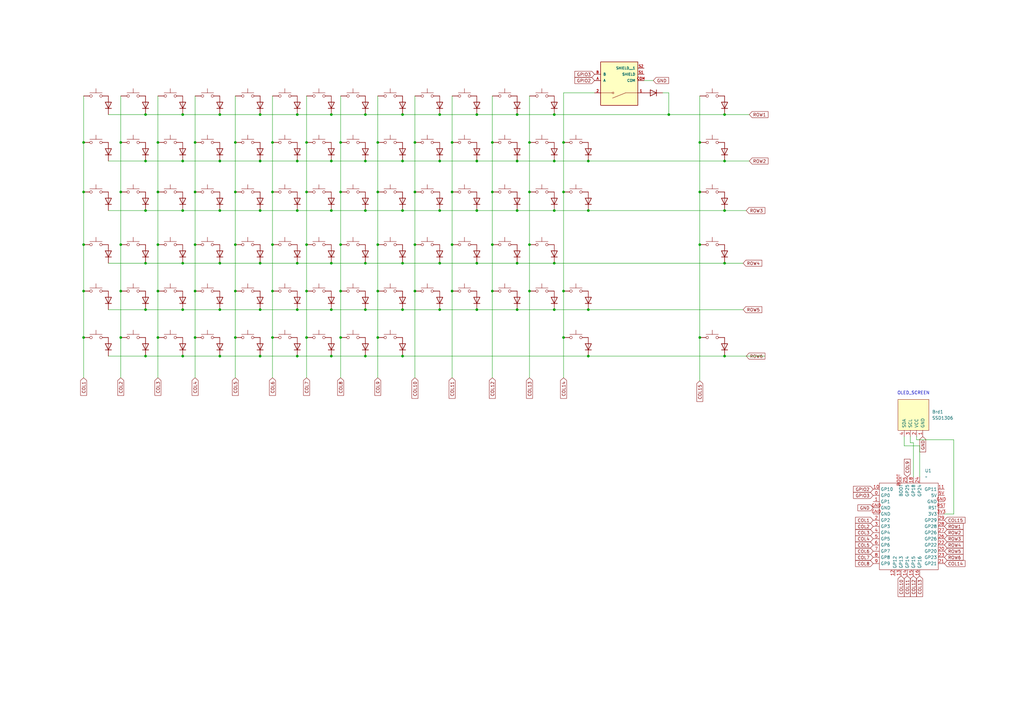
<source format=kicad_sch>
(kicad_sch (version 20250114) (generator "eeschema") (generator_version "9.0")
  (paper "A3")
  (lib_symbols
    (symbol "Diode:1N4148" (pin_numbers (hide yes)) (pin_names (hide yes))
      (property "Reference" "D" (at 0 2.54 0))
      (property "Value" "1N4148" (at 0 -2.54 0))
      (symbol "1N4148_1_1"
        (pin passive line (at -3.81 0 0) (length 2.54) (name "K") (number "1"))
        (pin passive line (at 3.81 0 180) (length 2.54) (name "A") (number "2"))
      )
    )
    (symbol "My_MCU_two:pro_micro_rp2040"
      (property "Reference" "U" (at 0 1.27 0))
      (symbol "pro_micro_rp2040_1_1"
        (pin bidirectional line (at -13.97 15.24 0) (length 2.54) (name "GP10") (number "10"))
        (pin bidirectional line (at -13.97 12.7 0) (length 2.54) (name "GP0") (number "0"))
        (pin bidirectional line (at -13.97 10.16 0) (length 2.54) (name "GP1") (number "1"))
        (pin unspecified line (at -13.97 7.62 0) (length 2.54) (name "GND") (number "GND"))
        (pin unspecified line (at -13.97 5.08 0) (length 2.54) (name "GND") (number "GND"))
        (pin bidirectional line (at -13.97 2.54 0) (length 2.54) (name "GP2") (number "2"))
        (pin bidirectional line (at -13.97 0 0) (length 2.54) (name "GP3") (number "3"))
        (pin bidirectional line (at -13.97 -2.54 0) (length 2.54) (name "GP4") (number "4"))
        (pin bidirectional line (at -13.97 -5.08 0) (length 2.54) (name "GP5") (number "5"))
        (pin bidirectional line (at -13.97 -7.62 0) (length 2.54) (name "GP6") (number "6"))
        (pin bidirectional line (at -13.97 -10.16 0) (length 2.54) (name "GP7") (number "7"))
        (pin bidirectional line (at -13.97 -12.7 0) (length 2.54) (name "GP8") (number "8"))
        (pin bidirectional line (at -13.97 -15.24 0) (length 2.54) (name "GP9") (number "9"))
        (pin bidirectional line (at -5.08 -20.32 90) (length 2.54) (name "GP12") (number "12"))
        (pin unspecified line (at -2.54 20.32 270) (length 2.54) (name "BOOT") (number "BOOT"))
        (pin bidirectional line (at -2.54 -20.32 90) (length 2.54) (name "GP13") (number "13"))
        (pin unspecified line (at 0 20.32 270) (length 2.54) (name "GP25") (number "25"))
        (pin bidirectional line (at 0 -20.32 90) (length 2.54) (name "GP14") (number "14"))
        (pin unspecified line (at 2.54 20.32 270) (length 2.54) (name "GP18") (number "18"))
        (pin bidirectional line (at 2.54 -20.32 90) (length 2.54) (name "GP15") (number "15"))
        (pin unspecified line (at 5.08 20.32 270) (length 2.54) (name "GP24") (number "24"))
        (pin bidirectional line (at 5.08 -20.32 90) (length 2.54) (name "GP16") (number "16"))
        (pin bidirectional line (at 15.24 15.24 180) (length 2.54) (name "GP11") (number "11"))
        (pin unspecified line (at 15.24 12.7 180) (length 2.54) (name "5V") (number "5V"))
        (pin unspecified line (at 15.24 10.16 180) (length 2.54) (name "GND") (number "GND"))
        (pin unspecified line (at 15.24 7.62 180) (length 2.54) (name "RST") (number "RST"))
        (pin unspecified line (at 15.24 5.08 180) (length 2.54) (name "3V3") (number "3V3"))
        (pin bidirectional line (at 15.24 2.54 180) (length 2.54) (name "GP29") (number "29"))
        (pin bidirectional line (at 15.24 0 180) (length 2.54) (name "GP28") (number "28"))
        (pin bidirectional line (at 15.24 -2.54 180) (length 2.54) (name "GP26") (number "27"))
        (pin bidirectional line (at 15.24 -5.08 180) (length 2.54) (name "GP26") (number "26"))
        (pin bidirectional line (at 15.24 -7.62 180) (length 2.54) (name "GP22") (number "22"))
        (pin bidirectional line (at 15.24 -10.16 180) (length 2.54) (name "GP20") (number "20"))
        (pin bidirectional line (at 15.24 -12.7 180) (length 2.54) (name "GP23") (number "23"))
        (pin bidirectional line (at 15.24 -15.24 180) (length 2.54) (name "GP21") (number "21"))
      )
    )
    (symbol "PEC11R-4215F-S0024:PEC11R-4215F-S0024" (pin_names (offset 1.016))
      (property "Reference" "MT" (at -7.62 8.89 0))
      (property "Value" "PEC11R-4215F-S0024" (at -7.62 -11.43 0))
      (symbol "PEC11R-4215F-S0024_0_0"
        (pin passive line (at -10.16 2.54 0) (length 2.54) (name "~") (number "1"))
        (pin passive line (at -10.16 -2.54 0) (length 2.54) (name "COM") (number "COM"))
        (pin passive line (at -10.16 -5.08 0) (length 2.54) (name "SHIELD") (number "S1"))
        (pin passive line (at -10.16 -7.62 0) (length 2.54) (name "SHIELD__1") (number "S2"))
        (pin passive line (at 10.16 2.54 180) (length 2.54) (name "~") (number "2"))
        (pin passive line (at 10.16 -2.54 180) (length 2.54) (name "A") (number "A"))
        (pin passive line (at 10.16 -5.08 180) (length 2.54) (name "B") (number "B"))
      )
    )
    (symbol "Switch:SW_Push" (pin_numbers (hide yes)) (pin_names (offset 1.016) (hide yes))
      (property "Reference" "SW" (at 1.27 2.54 0))
      (property "Value" "SW_Push" (at 0 -1.524 0))
      (symbol "SW_Push_0_1"
        (pin passive line (at -5.08 0 0) (length 2.54) (name "1") (number "1"))
        (pin passive line (at 5.08 0 180) (length 2.54) (name "2") (number "2"))
      )
    )
    (symbol "display_oled:SSD1306" (pin_names (offset 1.016))
      (property "Reference" "Brd" (at 0 -3.81 0))
      (property "Value" "SSD1306" (at 0 -1.27 0))
      (symbol "SSD1306_1_1"
        (pin input line (at -3.81 8.89 270) (length 2.54) (name "GND") (number "1"))
        (pin input line (at -1.27 8.89 270) (length 2.54) (name "VCC") (number "2"))
        (pin input line (at 1.27 8.89 270) (length 2.54) (name "SCL") (number "3"))
        (pin input line (at 3.81 8.89 270) (length 2.54) (name "SDA") (number "4"))
      )
    )
  )
  (text "OLED_SCREEN\n" (at 374.65 161.29 0) (effects (font (size 1.27 1.27))))
  (junction (at 111.76 78.74))
  (junction (at 111.76 119.38))
  (junction (at 165.1 46.99))
  (junction (at 121.92 127))
  (junction (at 180.34 86.36))
  (junction (at 90.17 66.04))
  (junction (at 80.01 58.42))
  (junction (at 74.93 46.99))
  (junction (at 180.34 107.95))
  (junction (at 274.32 46.99))
  (junction (at 195.58 127))
  (junction (at 96.52 100.33))
  (junction (at 64.77 78.74))
  (junction (at 185.42 78.74))
  (junction (at 125.73 78.74))
  (junction (at 201.93 100.33))
  (junction (at 80.01 78.74))
  (junction (at 165.1 146.05))
  (junction (at 74.93 127))
  (junction (at 185.42 119.38))
  (junction (at 90.17 127))
  (junction (at 90.17 46.99))
  (junction (at 217.17 58.42))
  (junction (at 90.17 107.95))
  (junction (at 149.86 107.95))
  (junction (at 231.14 58.42))
  (junction (at 287.02 78.74))
  (junction (at 125.73 119.38))
  (junction (at 241.3 66.04))
  (junction (at 135.89 46.99))
  (junction (at 170.18 78.74))
  (junction (at 90.17 146.05))
  (junction (at 227.33 46.99))
  (junction (at 180.34 127))
  (junction (at 287.02 58.42))
  (junction (at 96.52 138.43))
  (junction (at 34.29 119.38))
  (junction (at 241.3 146.05))
  (junction (at 170.18 119.38))
  (junction (at 111.76 58.42))
  (junction (at 165.1 107.95))
  (junction (at 149.86 86.36))
  (junction (at 185.42 100.33))
  (junction (at 59.69 46.99))
  (junction (at 74.93 146.05))
  (junction (at 59.69 66.04))
  (junction (at 106.68 146.05))
  (junction (at 125.73 100.33))
  (junction (at 170.18 100.33))
  (junction (at 111.76 100.33))
  (junction (at 241.3 86.36))
  (junction (at 165.1 66.04))
  (junction (at 90.17 86.36))
  (junction (at 212.09 66.04))
  (junction (at 139.7 58.42))
  (junction (at 227.33 107.95))
  (junction (at 297.18 146.05))
  (junction (at 49.53 100.33))
  (junction (at 64.77 100.33))
  (junction (at 106.68 66.04))
  (junction (at 139.7 78.74))
  (junction (at 96.52 58.42))
  (junction (at 201.93 78.74))
  (junction (at 217.17 100.33))
  (junction (at 195.58 46.99))
  (junction (at 180.34 46.99))
  (junction (at 125.73 138.43))
  (junction (at 212.09 107.95))
  (junction (at 154.94 58.42))
  (junction (at 297.18 66.04))
  (junction (at 241.3 127))
  (junction (at 49.53 58.42))
  (junction (at 59.69 146.05))
  (junction (at 135.89 66.04))
  (junction (at 121.92 107.95))
  (junction (at 49.53 78.74))
  (junction (at 80.01 138.43))
  (junction (at 96.52 78.74))
  (junction (at 165.1 86.36))
  (junction (at 201.93 119.38))
  (junction (at 49.53 119.38))
  (junction (at 106.68 46.99))
  (junction (at 106.68 107.95))
  (junction (at 111.76 138.43))
  (junction (at 165.1 127))
  (junction (at 121.92 66.04))
  (junction (at 170.18 58.42))
  (junction (at 49.53 138.43))
  (junction (at 106.68 86.36))
  (junction (at 195.58 86.36))
  (junction (at 195.58 107.95))
  (junction (at 121.92 146.05))
  (junction (at 149.86 127))
  (junction (at 154.94 138.43))
  (junction (at 297.18 107.95))
  (junction (at 297.18 46.99))
  (junction (at 135.89 86.36))
  (junction (at 59.69 127))
  (junction (at 231.14 119.38))
  (junction (at 287.02 100.33))
  (junction (at 287.02 138.43))
  (junction (at 34.29 138.43))
  (junction (at 139.7 138.43))
  (junction (at 74.93 86.36))
  (junction (at 64.77 138.43))
  (junction (at 149.86 46.99))
  (junction (at 217.17 78.74))
  (junction (at 231.14 138.43))
  (junction (at 135.89 146.05))
  (junction (at 34.29 100.33))
  (junction (at 154.94 78.74))
  (junction (at 212.09 127))
  (junction (at 135.89 127))
  (junction (at 154.94 100.33))
  (junction (at 96.52 119.38))
  (junction (at 74.93 107.95))
  (junction (at 121.92 86.36))
  (junction (at 297.18 86.36))
  (junction (at 34.29 78.74))
  (junction (at 59.69 86.36))
  (junction (at 106.68 127))
  (junction (at 227.33 127))
  (junction (at 139.7 100.33))
  (junction (at 212.09 46.99))
  (junction (at 201.93 58.42))
  (junction (at 195.58 66.04))
  (junction (at 149.86 146.05))
  (junction (at 231.14 78.74))
  (junction (at 154.94 119.38))
  (junction (at 185.42 58.42))
  (junction (at 125.73 58.42))
  (junction (at 212.09 86.36))
  (junction (at 59.69 107.95))
  (junction (at 121.92 46.99))
  (junction (at 139.7 119.38))
  (junction (at 80.01 119.38))
  (junction (at 64.77 119.38))
  (junction (at 80.01 100.33))
  (junction (at 227.33 66.04))
  (junction (at 149.86 66.04))
  (junction (at 34.29 58.42))
  (junction (at 217.17 119.38))
  (junction (at 135.89 107.95))
  (junction (at 227.33 86.36))
  (junction (at 64.77 58.42))
  (junction (at 74.93 66.04))
  (junction (at 180.34 66.04))
  (wire (pts (xy 195.58 107.95) (xy 212.09 107.95)))
  (wire (pts (xy 170.18 100.33) (xy 170.18 119.38)))
  (wire (pts (xy 74.93 107.95) (xy 90.17 107.95)))
  (wire (pts (xy 185.42 58.42) (xy 185.42 78.74)))
  (wire (pts (xy 34.29 100.33) (xy 34.29 119.38)))
  (wire (pts (xy 241.3 127) (xy 304.8 127)))
  (wire (pts (xy 74.93 127) (xy 90.17 127)))
  (wire (pts (xy 373.38 181.61) (xy 374.65 181.61)))
  (wire (pts (xy 90.17 127) (xy 106.68 127)))
  (wire (pts (xy 59.69 107.95) (xy 74.93 107.95)))
  (wire (pts (xy 165.1 66.04) (xy 180.34 66.04)))
  (wire (pts (xy 370.84 179.07) (xy 370.84 182.88)))
  (wire (pts (xy 49.53 119.38) (xy 49.53 138.43)))
  (wire (pts (xy 135.89 86.36) (xy 149.86 86.36)))
  (wire (pts (xy 64.77 78.74) (xy 64.77 100.33)))
  (wire (pts (xy 90.17 46.99) (xy 106.68 46.99)))
  (wire (pts (xy 111.76 119.38) (xy 111.76 138.43)))
  (wire (pts (xy 121.92 86.36) (xy 135.89 86.36)))
  (wire (pts (xy 375.92 180.34) (xy 391.16 180.34)))
  (wire (pts (xy 287.02 78.74) (xy 287.02 100.33)))
  (wire (pts (xy 49.53 39.37) (xy 49.53 58.42)))
  (wire (pts (xy 217.17 100.33) (xy 217.17 119.38)))
  (wire (pts (xy 121.92 46.99) (xy 135.89 46.99)))
  (wire (pts (xy 154.94 119.38) (xy 154.94 138.43)))
  (wire (pts (xy 227.33 66.04) (xy 241.3 66.04)))
  (wire (pts (xy 201.93 78.74) (xy 201.93 100.33)))
  (wire (pts (xy 59.69 146.05) (xy 74.93 146.05)))
  (wire (pts (xy 44.45 107.95) (xy 59.69 107.95)))
  (wire (pts (xy 185.42 78.74) (xy 185.42 100.33)))
  (wire (pts (xy 165.1 127) (xy 180.34 127)))
  (wire (pts (xy 297.18 86.36) (xy 306.07 86.36)))
  (wire (pts (xy 59.69 46.99) (xy 74.93 46.99)))
  (wire (pts (xy 180.34 107.95) (xy 195.58 107.95)))
  (wire (pts (xy 180.34 66.04) (xy 195.58 66.04)))
  (wire (pts (xy 297.18 46.99) (xy 307.34 46.99)))
  (wire (pts (xy 44.45 66.04) (xy 59.69 66.04)))
  (wire (pts (xy 212.09 86.36) (xy 227.33 86.36)))
  (wire (pts (xy 180.34 127) (xy 195.58 127)))
  (wire (pts (xy 170.18 119.38) (xy 170.18 154.94)))
  (wire (pts (xy 106.68 146.05) (xy 121.92 146.05)))
  (wire (pts (xy 185.42 100.33) (xy 185.42 119.38)))
  (wire (pts (xy 49.53 78.74) (xy 49.53 100.33)))
  (wire (pts (xy 139.7 138.43) (xy 139.7 154.94)))
  (wire (pts (xy 149.86 107.95) (xy 165.1 107.95)))
  (wire (pts (xy 149.86 127) (xy 165.1 127)))
  (wire (pts (xy 135.89 66.04) (xy 149.86 66.04)))
  (wire (pts (xy 227.33 107.95) (xy 297.18 107.95)))
  (wire (pts (xy 373.38 179.07) (xy 373.38 181.61)))
  (wire (pts (xy 121.92 146.05) (xy 135.89 146.05)))
  (wire (pts (xy 135.89 127) (xy 149.86 127)))
  (wire (pts (xy 201.93 39.37) (xy 201.93 58.42)))
  (wire (pts (xy 370.84 182.88) (xy 377.19 182.88)))
  (wire (pts (xy 212.09 107.95) (xy 227.33 107.95)))
  (wire (pts (xy 125.73 100.33) (xy 125.73 119.38)))
  (wire (pts (xy 121.92 107.95) (xy 135.89 107.95)))
  (wire (pts (xy 74.93 66.04) (xy 90.17 66.04)))
  (wire (pts (xy 80.01 119.38) (xy 80.01 138.43)))
  (wire (pts (xy 217.17 39.37) (xy 217.17 58.42)))
  (wire (pts (xy 195.58 86.36) (xy 212.09 86.36)))
  (wire (pts (xy 34.29 39.37) (xy 34.29 58.42)))
  (wire (pts (xy 231.14 78.74) (xy 231.14 119.38)))
  (wire (pts (xy 135.89 107.95) (xy 149.86 107.95)))
  (wire (pts (xy 375.92 179.07) (xy 375.92 180.34)))
  (wire (pts (xy 154.94 39.37) (xy 154.94 58.42)))
  (wire (pts (xy 201.93 100.33) (xy 201.93 119.38)))
  (wire (pts (xy 74.93 86.36) (xy 90.17 86.36)))
  (wire (pts (xy 217.17 58.42) (xy 217.17 78.74)))
  (wire (pts (xy 139.7 78.74) (xy 139.7 100.33)))
  (wire (pts (xy 74.93 46.99) (xy 90.17 46.99)))
  (wire (pts (xy 195.58 127) (xy 212.09 127)))
  (wire (pts (xy 49.53 58.42) (xy 49.53 78.74)))
  (wire (pts (xy 212.09 127) (xy 227.33 127)))
  (wire (pts (xy 227.33 46.99) (xy 274.32 46.99)))
  (wire (pts (xy 391.16 180.34) (xy 391.16 210.82)))
  (wire (pts (xy 154.94 138.43) (xy 154.94 154.94)))
  (wire (pts (xy 80.01 100.33) (xy 80.01 119.38)))
  (wire (pts (xy 96.52 39.37) (xy 96.52 58.42)))
  (wire (pts (xy 49.53 138.43) (xy 49.53 154.94)))
  (wire (pts (xy 149.86 66.04) (xy 165.1 66.04)))
  (wire (pts (xy 227.33 127) (xy 241.3 127)))
  (wire (pts (xy 287.02 138.43) (xy 287.02 156.21)))
  (wire (pts (xy 165.1 86.36) (xy 180.34 86.36)))
  (wire (pts (xy 287.02 100.33) (xy 287.02 138.43)))
  (wire (pts (xy 165.1 107.95) (xy 180.34 107.95)))
  (wire (pts (xy 165.1 146.05) (xy 241.3 146.05)))
  (wire (pts (xy 80.01 58.42) (xy 80.01 78.74)))
  (wire (pts (xy 287.02 39.37) (xy 287.02 58.42)))
  (wire (pts (xy 201.93 58.42) (xy 201.93 78.74)))
  (wire (pts (xy 125.73 119.38) (xy 125.73 138.43)))
  (wire (pts (xy 212.09 46.99) (xy 227.33 46.99)))
  (wire (pts (xy 96.52 119.38) (xy 96.52 138.43)))
  (wire (pts (xy 297.18 107.95) (xy 304.8 107.95)))
  (wire (pts (xy 217.17 78.74) (xy 217.17 100.33)))
  (wire (pts (xy 44.45 46.99) (xy 59.69 46.99)))
  (wire (pts (xy 80.01 39.37) (xy 80.01 58.42)))
  (wire (pts (xy 212.09 66.04) (xy 227.33 66.04)))
  (wire (pts (xy 139.7 58.42) (xy 139.7 78.74)))
  (wire (pts (xy 106.68 86.36) (xy 121.92 86.36)))
  (wire (pts (xy 111.76 138.43) (xy 111.76 154.94)))
  (wire (pts (xy 111.76 78.74) (xy 111.76 100.33)))
  (wire (pts (xy 139.7 119.38) (xy 139.7 138.43)))
  (wire (pts (xy 96.52 78.74) (xy 96.52 100.33)))
  (wire (pts (xy 231.14 38.1) (xy 231.14 58.42)))
  (wire (pts (xy 201.93 119.38) (xy 201.93 154.94)))
  (wire (pts (xy 59.69 127) (xy 74.93 127)))
  (wire (pts (xy 135.89 46.99) (xy 149.86 46.99)))
  (wire (pts (xy 231.14 58.42) (xy 231.14 78.74)))
  (wire (pts (xy 231.14 138.43) (xy 231.14 154.94)))
  (wire (pts (xy 121.92 127) (xy 135.89 127)))
  (wire (pts (xy 59.69 86.36) (xy 74.93 86.36)))
  (wire (pts (xy 96.52 100.33) (xy 96.52 119.38)))
  (wire (pts (xy 139.7 39.37) (xy 139.7 58.42)))
  (wire (pts (xy 227.33 86.36) (xy 241.3 86.36)))
  (wire (pts (xy 297.18 66.04) (xy 307.34 66.04)))
  (wire (pts (xy 185.42 39.37) (xy 185.42 58.42)))
  (wire (pts (xy 74.93 146.05) (xy 90.17 146.05)))
  (wire (pts (xy 106.68 46.99) (xy 121.92 46.99)))
  (wire (pts (xy 139.7 100.33) (xy 139.7 119.38)))
  (wire (pts (xy 217.17 119.38) (xy 217.17 154.94)))
  (wire (pts (xy 106.68 107.95) (xy 121.92 107.95)))
  (wire (pts (xy 96.52 58.42) (xy 96.52 78.74)))
  (wire (pts (xy 90.17 66.04) (xy 106.68 66.04)))
  (wire (pts (xy 125.73 58.42) (xy 125.73 78.74)))
  (wire (pts (xy 121.92 66.04) (xy 135.89 66.04)))
  (wire (pts (xy 34.29 78.74) (xy 34.29 100.33)))
  (wire (pts (xy 49.53 100.33) (xy 49.53 119.38)))
  (wire (pts (xy 274.32 38.1) (xy 274.32 46.99)))
  (wire (pts (xy 165.1 46.99) (xy 180.34 46.99)))
  (wire (pts (xy 241.3 66.04) (xy 297.18 66.04)))
  (wire (pts (xy 241.3 86.36) (xy 297.18 86.36)))
  (wire (pts (xy 64.77 138.43) (xy 64.77 154.94)))
  (wire (pts (xy 90.17 86.36) (xy 106.68 86.36)))
  (wire (pts (xy 195.58 46.99) (xy 212.09 46.99)))
  (wire (pts (xy 125.73 39.37) (xy 125.73 58.42)))
  (wire (pts (xy 90.17 107.95) (xy 106.68 107.95)))
  (wire (pts (xy 64.77 119.38) (xy 64.77 138.43)))
  (wire (pts (xy 274.32 46.99) (xy 297.18 46.99)))
  (wire (pts (xy 111.76 58.42) (xy 111.76 78.74)))
  (wire (pts (xy 80.01 78.74) (xy 80.01 100.33)))
  (wire (pts (xy 180.34 46.99) (xy 195.58 46.99)))
  (wire (pts (xy 185.42 119.38) (xy 185.42 154.94)))
  (wire (pts (xy 59.69 66.04) (xy 74.93 66.04)))
  (wire (pts (xy 106.68 66.04) (xy 121.92 66.04)))
  (wire (pts (xy 170.18 39.37) (xy 170.18 58.42)))
  (wire (pts (xy 44.45 86.36) (xy 59.69 86.36)))
  (wire (pts (xy 111.76 39.37) (xy 111.76 58.42)))
  (wire (pts (xy 125.73 138.43) (xy 125.73 154.94)))
  (wire (pts (xy 377.19 182.88) (xy 377.19 195.58)))
  (wire (pts (xy 34.29 138.43) (xy 34.29 154.94)))
  (wire (pts (xy 271.78 38.1) (xy 274.32 38.1)))
  (wire (pts (xy 374.65 181.61) (xy 374.65 195.58)))
  (wire (pts (xy 135.89 146.05) (xy 149.86 146.05)))
  (wire (pts (xy 34.29 119.38) (xy 34.29 138.43)))
  (wire (pts (xy 267.97 33.02) (xy 264.16 33.02)))
  (wire (pts (xy 297.18 146.05) (xy 313.69 146.05)))
  (wire (pts (xy 243.84 38.1) (xy 231.14 38.1)))
  (wire (pts (xy 170.18 78.74) (xy 170.18 100.33)))
  (wire (pts (xy 241.3 146.05) (xy 297.18 146.05)))
  (wire (pts (xy 34.29 58.42) (xy 34.29 78.74)))
  (wire (pts (xy 149.86 86.36) (xy 165.1 86.36)))
  (wire (pts (xy 111.76 100.33) (xy 111.76 119.38)))
  (wire (pts (xy 149.86 146.05) (xy 165.1 146.05)))
  (wire (pts (xy 96.52 138.43) (xy 96.52 154.94)))
  (wire (pts (xy 106.68 127) (xy 121.92 127)))
  (wire (pts (xy 64.77 100.33) (xy 64.77 119.38)))
  (wire (pts (xy 64.77 39.37) (xy 64.77 58.42)))
  (wire (pts (xy 180.34 86.36) (xy 195.58 86.36)))
  (wire (pts (xy 125.73 78.74) (xy 125.73 100.33)))
  (wire (pts (xy 170.18 58.42) (xy 170.18 78.74)))
  (wire (pts (xy 391.16 210.82) (xy 387.35 210.82)))
  (wire (pts (xy 154.94 58.42) (xy 154.94 78.74)))
  (wire (pts (xy 80.01 138.43) (xy 80.01 154.94)))
  (wire (pts (xy 44.45 146.05) (xy 59.69 146.05)))
  (wire (pts (xy 44.45 127) (xy 59.69 127)))
  (wire (pts (xy 64.77 58.42) (xy 64.77 78.74)))
  (wire (pts (xy 287.02 58.42) (xy 287.02 78.74)))
  (wire (pts (xy 90.17 146.05) (xy 106.68 146.05)))
  (wire (pts (xy 154.94 78.74) (xy 154.94 100.33)))
  (wire (pts (xy 231.14 119.38) (xy 231.14 138.43)))
  (wire (pts (xy 195.58 66.04) (xy 212.09 66.04)))
  (wire (pts (xy 154.94 100.33) (xy 154.94 119.38)))
  (wire (pts (xy 149.86 46.99) (xy 165.1 46.99)))
  (global_label "ROW1" (shape input) (at 387.35 215.9 0) (property "Intersheetrefs" "${INTERSHEET_REFS}" (effects (hide yes))))
  (global_label "ROW4" (shape input) (at 387.35 223.52 0) (property "Intersheetrefs" "${INTERSHEET_REFS}" (effects (hide yes))))
  (global_label "COL4" (shape input) (at 80.01 154.94 270) (property "Intersheetrefs" "${INTERSHEET_REFS}" (effects (hide yes))))
  (global_label "COL9" (shape input) (at 154.94 154.94 270) (property "Intersheetrefs" "${INTERSHEET_REFS}" (effects (hide yes))))
  (global_label "COL8" (shape input) (at 358.14 231.14 180) (property "Intersheetrefs" "${INTERSHEET_REFS}" (effects (hide yes))))
  (global_label "COL13" (shape input) (at 377.19 236.22 270) (property "Intersheetrefs" "${INTERSHEET_REFS}" (effects (hide yes))))
  (global_label "GND" (shape input) (at 267.97 33.02 0) (property "Intersheetrefs" "${INTERSHEET_REFS}" (effects (hide yes))))
  (global_label "GPIO3" (shape input) (at 358.14 203.2 180) (property "Intersheetrefs" "${INTERSHEET_REFS}" (effects (hide yes))))
  (global_label "ROW3" (shape input) (at 387.35 220.98 0) (property "Intersheetrefs" "${INTERSHEET_REFS}" (effects (hide yes))))
  (global_label "COL11" (shape input) (at 372.11 236.22 270) (property "Intersheetrefs" "${INTERSHEET_REFS}" (effects (hide yes))))
  (global_label "COL1" (shape input) (at 34.29 154.94 270) (property "Intersheetrefs" "${INTERSHEET_REFS}" (effects (hide yes))))
  (global_label "COL11" (shape input) (at 185.42 154.94 270) (property "Intersheetrefs" "${INTERSHEET_REFS}" (effects (hide yes))))
  (global_label "COL8" (shape input) (at 139.7 154.94 270) (property "Intersheetrefs" "${INTERSHEET_REFS}" (effects (hide yes))))
  (global_label "COL14" (shape input) (at 387.35 231.14 0) (property "Intersheetrefs" "${INTERSHEET_REFS}" (effects (hide yes))))
  (global_label "COL14" (shape input) (at 231.14 154.94 270) (property "Intersheetrefs" "${INTERSHEET_REFS}" (effects (hide yes))))
  (global_label "COL13" (shape input) (at 217.17 154.94 270) (property "Intersheetrefs" "${INTERSHEET_REFS}" (effects (hide yes))))
  (global_label "GPIO2" (shape input) (at 243.84 33.02 180) (property "Intersheetrefs" "${INTERSHEET_REFS}" (effects (hide yes))))
  (global_label "ROW4" (shape input) (at 304.8 107.95 0) (property "Intersheetrefs" "${INTERSHEET_REFS}" (effects (hide yes))))
  (global_label "COL5" (shape input) (at 96.52 154.94 270) (property "Intersheetrefs" "${INTERSHEET_REFS}" (effects (hide yes))))
  (global_label "COL3" (shape input) (at 64.77 154.94 270) (property "Intersheetrefs" "${INTERSHEET_REFS}" (effects (hide yes))))
  (global_label "COL10" (shape input) (at 369.57 236.22 270) (property "Intersheetrefs" "${INTERSHEET_REFS}" (effects (hide yes))))
  (global_label "COL1" (shape input) (at 358.14 213.36 180) (property "Intersheetrefs" "${INTERSHEET_REFS}" (effects (hide yes))))
  (global_label "COL7" (shape input) (at 125.73 154.94 270) (property "Intersheetrefs" "${INTERSHEET_REFS}" (effects (hide yes))))
  (global_label "ROW3" (shape input) (at 306.07 86.36 0) (property "Intersheetrefs" "${INTERSHEET_REFS}" (effects (hide yes))))
  (global_label "GND" (shape input) (at 358.14 208.28 180) (property "Intersheetrefs" "${INTERSHEET_REFS}" (effects (hide yes))))
  (global_label "ROW6" (shape input) (at 306.07 146.05 0) (property "Intersheetrefs" "${INTERSHEET_REFS}" (effects (hide yes))))
  (global_label "COL6" (shape input) (at 111.76 154.94 270) (property "Intersheetrefs" "${INTERSHEET_REFS}" (effects (hide yes))))
  (global_label "COL4" (shape input) (at 358.14 220.98 180) (property "Intersheetrefs" "${INTERSHEET_REFS}" (effects (hide yes))))
  (global_label "COL15" (shape input) (at 287.02 156.21 270) (property "Intersheetrefs" "${INTERSHEET_REFS}" (effects (hide yes))))
  (global_label "COL12" (shape input) (at 374.65 236.22 270) (property "Intersheetrefs" "${INTERSHEET_REFS}" (effects (hide yes))))
  (global_label "GPIO3" (shape input) (at 243.84 30.48 180) (property "Intersheetrefs" "${INTERSHEET_REFS}" (effects (hide yes))))
  (global_label "COL7" (shape input) (at 358.14 228.6 180) (property "Intersheetrefs" "${INTERSHEET_REFS}" (effects (hide yes))))
  (global_label "GPIO2" (shape input) (at 358.14 200.66 180) (property "Intersheetrefs" "${INTERSHEET_REFS}" (effects (hide yes))))
  (global_label "ROW5" (shape input) (at 304.8 127 0) (property "Intersheetrefs" "${INTERSHEET_REFS}" (effects (hide yes))))
  (global_label "ROW6" (shape input) (at 387.35 228.6 0) (property "Intersheetrefs" "${INTERSHEET_REFS}" (effects (hide yes))))
  (global_label "COL2" (shape input) (at 49.53 154.94 270) (property "Intersheetrefs" "${INTERSHEET_REFS}" (effects (hide yes))))
  (global_label "ROW2" (shape input) (at 307.34 66.04 0) (property "Intersheetrefs" "${INTERSHEET_REFS}" (effects (hide yes))))
  (global_label "COL10" (shape input) (at 170.18 154.94 270) (property "Intersheetrefs" "${INTERSHEET_REFS}" (effects (hide yes))))
  (global_label "COL3" (shape input) (at 358.14 218.44 180) (property "Intersheetrefs" "${INTERSHEET_REFS}" (effects (hide yes))))
  (global_label "COL5" (shape input) (at 358.14 223.52 180) (property "Intersheetrefs" "${INTERSHEET_REFS}" (effects (hide yes))))
  (global_label "COL6" (shape input) (at 358.14 226.06 180) (property "Intersheetrefs" "${INTERSHEET_REFS}" (effects (hide yes))))
  (global_label "ROW1" (shape input) (at 307.34 46.99 0) (property "Intersheetrefs" "${INTERSHEET_REFS}" (effects (hide yes))))
  (global_label "ROW5" (shape input) (at 387.35 226.06 0) (property "Intersheetrefs" "${INTERSHEET_REFS}" (effects (hide yes))))
  (global_label "COL2" (shape input) (at 358.14 215.9 180) (property "Intersheetrefs" "${INTERSHEET_REFS}" (effects (hide yes))))
  (global_label "COL12" (shape input) (at 201.93 154.94 270) (property "Intersheetrefs" "${INTERSHEET_REFS}" (effects (hide yes))))
  (global_label "COL9" (shape input) (at 372.11 195.58 90) (property "Intersheetrefs" "${INTERSHEET_REFS}" (effects (hide yes))))
  (global_label "GND" (shape input) (at 378.46 179.07 270) (property "Intersheetrefs" "${INTERSHEET_REFS}" (effects (hide yes))))
  (global_label "COL15" (shape input) (at 387.35 213.36 0) (property "Intersheetrefs" "${INTERSHEET_REFS}" (effects (hide yes))))
  (global_label "ROW2" (shape input) (at 387.35 218.44 0) (property "Intersheetrefs" "${INTERSHEET_REFS}" (effects (hide yes))))
  (symbol (lib_id "Switch:SW_Push") (at 116.84 78.74 0) (unit 1)
    (property "Reference" "SW36" (effects (hide yes)))
    (property "Value" "SW_Push" (effects (hide yes)))
    (property "Footprint" "Button_Switch_Keyboard:SW_Cherry_MX_1.00u_PCB" (effects (hide yes)))
    (property "Description" "Push button switch, generic, two pins" (effects (hide yes)))
  )
  (symbol (lib_id "Switch:SW_Push") (at 144.78 119.38 0) (unit 1)
    (property "Reference" "SW66" (effects (hide yes)))
    (property "Value" "SW_Push" (effects (hide yes)))
    (property "Footprint" "Button_Switch_Keyboard:SW_Cherry_MX_1.00u_PCB" (effects (hide yes)))
    (property "Description" "Push button switch, generic, two pins" (effects (hide yes)))
  )
  (symbol (lib_id "Diode:1N4148") (at 90.17 142.24 90) (unit 1)
    (property "Reference" "D76" (effects (hide yes)))
    (property "Value" "1N4148" (effects (hide yes)))
    (property "Footprint" "Crystal:Crystal_SMD_G8-2Pin_3.2x1.5mm_HandSoldering" (effects (hide yes)))
    (property "Datasheet" "https://assets.nexperia.com/documents/data-sheet/1N4148_1N4448.pdf" (effects (hide yes)))
    (property "Description" "100V 0.15A standard switching diode, DO-35" (effects (hide yes)))
    (property "Sim.Device" "D" (effects (hide yes)))
    (property "Sim.Pins" "1=K 2=A" (effects (hide yes)))
  )
  (symbol (lib_id "Diode:1N4148") (at 297.18 82.55 90) (unit 1)
    (property "Reference" "D30" (effects (hide yes)))
    (property "Value" "1N4148" (effects (hide yes)))
    (property "Footprint" "Crystal:Crystal_SMD_G8-2Pin_3.2x1.5mm_HandSoldering" (effects (hide yes)))
    (property "Datasheet" "https://assets.nexperia.com/documents/data-sheet/1N4148_1N4448.pdf" (effects (hide yes)))
    (property "Description" "100V 0.15A standard switching diode, DO-35" (effects (hide yes)))
    (property "Sim.Device" "D" (effects (hide yes)))
    (property "Sim.Pins" "1=K 2=A" (effects (hide yes)))
  )
  (symbol (lib_id "Switch:SW_Push") (at 85.09 39.37 0) (unit 1)
    (property "Reference" "SW4" (effects (hide yes)))
    (property "Value" "SW_Push" (effects (hide yes)))
    (property "Footprint" "Button_Switch_Keyboard:SW_Cherry_MX_1.00u_PCB" (effects (hide yes)))
    (property "Description" "Push button switch, generic, two pins" (effects (hide yes)))
  )
  (symbol (lib_id "Diode:1N4148") (at 241.3 142.24 90) (unit 1)
    (property "Reference" "D82" (effects (hide yes)))
    (property "Value" "1N4148" (effects (hide yes)))
    (property "Footprint" "Crystal:Crystal_SMD_G8-2Pin_3.2x1.5mm_HandSoldering" (effects (hide yes)))
    (property "Datasheet" "https://assets.nexperia.com/documents/data-sheet/1N4148_1N4448.pdf" (effects (hide yes)))
    (property "Description" "100V 0.15A standard switching diode, DO-35" (effects (hide yes)))
    (property "Sim.Device" "D" (effects (hide yes)))
    (property "Sim.Pins" "1=K 2=A" (effects (hide yes)))
  )
  (symbol (lib_id "Diode:1N4148") (at 149.86 62.23 90) (unit 1)
    (property "Reference" "D23" (effects (hide yes)))
    (property "Value" "1N4148" (effects (hide yes)))
    (property "Footprint" "Crystal:Crystal_SMD_G8-2Pin_3.2x1.5mm_HandSoldering" (effects (hide yes)))
    (property "Datasheet" "https://assets.nexperia.com/documents/data-sheet/1N4148_1N4448.pdf" (effects (hide yes)))
    (property "Description" "100V 0.15A standard switching diode, DO-35" (effects (hide yes)))
    (property "Sim.Device" "D" (effects (hide yes)))
    (property "Sim.Pins" "1=K 2=A" (effects (hide yes)))
  )
  (symbol (lib_id "Switch:SW_Push") (at 175.26 119.38 0) (unit 1)
    (property "Reference" "SW68" (effects (hide yes)))
    (property "Value" "SW_Push" (effects (hide yes)))
    (property "Footprint" "Button_Switch_Keyboard:SW_Cherry_MX_1.00u_PCB" (effects (hide yes)))
    (property "Description" "Push button switch, generic, two pins" (effects (hide yes)))
  )
  (symbol (lib_id "Switch:SW_Push") (at 101.6 39.37 0) (unit 1)
    (property "Reference" "SW5" (effects (hide yes)))
    (property "Value" "SW_Push" (effects (hide yes)))
    (property "Footprint" "Button_Switch_Keyboard:SW_Cherry_MX_1.00u_PCB" (effects (hide yes)))
    (property "Description" "Push button switch, generic, two pins" (effects (hide yes)))
  )
  (symbol (lib_id "Switch:SW_Push") (at 54.61 119.38 0) (unit 1)
    (property "Reference" "SW60" (effects (hide yes)))
    (property "Value" "SW_Push" (effects (hide yes)))
    (property "Footprint" "Button_Switch_Keyboard:SW_Cherry_MX_1.00u_PCB" (effects (hide yes)))
    (property "Description" "Push button switch, generic, two pins" (effects (hide yes)))
  )
  (symbol (lib_id "Switch:SW_Push") (at 69.85 119.38 0) (unit 1)
    (property "Reference" "SW61" (effects (hide yes)))
    (property "Value" "SW_Push" (effects (hide yes)))
    (property "Footprint" "Button_Switch_Keyboard:SW_Cherry_MX_1.00u_PCB" (effects (hide yes)))
    (property "Description" "Push button switch, generic, two pins" (effects (hide yes)))
  )
  (symbol (lib_id "Switch:SW_Push") (at 54.61 100.33 0) (unit 1)
    (property "Reference" "SW47" (effects (hide yes)))
    (property "Value" "SW_Push" (effects (hide yes)))
    (property "Footprint" "Button_Switch_Keyboard:SW_Cherry_MX_1.00u_PCB" (effects (hide yes)))
    (property "Description" "Push button switch, generic, two pins" (effects (hide yes)))
  )
  (symbol (lib_id "Switch:SW_Push") (at 39.37 39.37 0) (unit 1)
    (property "Reference" "SW1" (effects (hide yes)))
    (property "Value" "SW_Push" (effects (hide yes)))
    (property "Footprint" "Button_Switch_Keyboard:SW_Cherry_MX_1.00u_PCB" (effects (hide yes)))
    (property "Description" "Push button switch, generic, two pins" (effects (hide yes)))
  )
  (symbol (lib_id "Switch:SW_Push") (at 130.81 119.38 0) (unit 1)
    (property "Reference" "SW65" (effects (hide yes)))
    (property "Value" "SW_Push" (effects (hide yes)))
    (property "Footprint" "Button_Switch_Keyboard:SW_Cherry_MX_1.00u_PCB" (effects (hide yes)))
    (property "Description" "Push button switch, generic, two pins" (effects (hide yes)))
  )
  (symbol (lib_id "Switch:SW_Push") (at 130.81 138.43 0) (unit 1)
    (property "Reference" "SW79" (effects (hide yes)))
    (property "Value" "SW_Push" (effects (hide yes)))
    (property "Footprint" "Button_Switch_Keyboard:SW_Cherry_MX_1.25u_PCB" (effects (hide yes)))
    (property "Description" "Push button switch, generic, two pins" (effects (hide yes)))
  )
  (symbol (lib_id "PEC11R-4215F-S0024:PEC11R-4215F-S0024") (at 254 35.56 180) (unit 1)
    (property "Reference" "MT1" (effects (hide yes)))
    (property "Value" "PEC11R-4215F-S0024" (effects (hide yes)))
    (property "Footprint" "My-Lib:XDCR_PEC11R-4215F-S0024" (effects (hide yes)))
    (property "PARTREV" "Rev. 09/19" (effects (hide yes)))
    (property "MANUFACTURER" "J.W.Miller/Bourns" (effects (hide yes)))
    (property "MAXIMUM_PACKAGE_HEIGHT" "21.5 mm" (effects (hide yes)))
    (property "STANDARD" "Manufacturer Recommendations" (effects (hide yes)))
  )
  (symbol (lib_id "Switch:SW_Push") (at 39.37 119.38 0) (unit 1)
    (property "Reference" "SW59" (effects (hide yes)))
    (property "Value" "SW_Push" (effects (hide yes)))
    (property "Footprint" "Button_Switch_Keyboard:SW_Cherry_MX_1.25u_PCB" (effects (hide yes)))
    (property "Description" "Push button switch, generic, two pins" (effects (hide yes)))
  )
  (symbol (lib_id "Switch:SW_Push") (at 222.25 39.37 0) (unit 1)
    (property "Reference" "SW13" (effects (hide yes)))
    (property "Value" "SW_Push" (effects (hide yes)))
    (property "Footprint" "Button_Switch_Keyboard:SW_Cherry_MX_1.00u_PCB" (effects (hide yes)))
    (property "Description" "Push button switch, generic, two pins" (effects (hide yes)))
  )
  (symbol (lib_id "Switch:SW_Push") (at 116.84 138.43 0) (unit 1)
    (property "Reference" "SW78" (effects (hide yes)))
    (property "Value" "SW_Push" (effects (hide yes)))
    (property "Footprint" "Button_Switch_Keyboard:SW_Cherry_MX_1.25u_PCB" (effects (hide yes)))
    (property "Description" "Push button switch, generic, two pins" (effects (hide yes)))
  )
  (symbol (lib_id "Switch:SW_Push") (at 39.37 138.43 0) (unit 1)
    (property "Reference" "SW73" (effects (hide yes)))
    (property "Value" "SW_Push" (effects (hide yes)))
    (property "Footprint" "Button_Switch_Keyboard:SW_Cherry_MX_1.25u_PCB" (effects (hide yes)))
    (property "Description" "Push button switch, generic, two pins" (effects (hide yes)))
  )
  (symbol (lib_id "Diode:1N4148") (at 121.92 82.55 90) (unit 1)
    (property "Reference" "D36" (effects (hide yes)))
    (property "Value" "1N4148" (effects (hide yes)))
    (property "Footprint" "Crystal:Crystal_SMD_G8-2Pin_3.2x1.5mm_HandSoldering" (effects (hide yes)))
    (property "Datasheet" "https://assets.nexperia.com/documents/data-sheet/1N4148_1N4448.pdf" (effects (hide yes)))
    (property "Description" "100V 0.15A standard switching diode, DO-35" (effects (hide yes)))
    (property "Sim.Device" "D" (effects (hide yes)))
    (property "Sim.Pins" "1=K 2=A" (effects (hide yes)))
  )
  (symbol (lib_id "Diode:1N4148") (at 135.89 104.14 90) (unit 1)
    (property "Reference" "D52" (effects (hide yes)))
    (property "Value" "1N4148" (effects (hide yes)))
    (property "Footprint" "Crystal:Crystal_SMD_G8-2Pin_3.2x1.5mm_HandSoldering" (effects (hide yes)))
    (property "Datasheet" "https://assets.nexperia.com/documents/data-sheet/1N4148_1N4448.pdf" (effects (hide yes)))
    (property "Description" "100V 0.15A standard switching diode, DO-35" (effects (hide yes)))
    (property "Sim.Device" "D" (effects (hide yes)))
    (property "Sim.Pins" "1=K 2=A" (effects (hide yes)))
  )
  (symbol (lib_id "Switch:SW_Push") (at 222.25 119.38 0) (unit 1)
    (property "Reference" "SW71" (effects (hide yes)))
    (property "Value" "SW_Push" (effects (hide yes)))
    (property "Footprint" "Button_Switch_Keyboard:SW_Cherry_MX_2.75u_PCB" (effects (hide yes)))
    (property "Description" "Push button switch, generic, two pins" (effects (hide yes)))
  )
  (symbol (lib_id "Diode:1N4148") (at 180.34 82.55 90) (unit 1)
    (property "Reference" "D40" (effects (hide yes)))
    (property "Value" "1N4148" (effects (hide yes)))
    (property "Footprint" "Crystal:Crystal_SMD_G8-2Pin_3.2x1.5mm_HandSoldering" (effects (hide yes)))
    (property "Datasheet" "https://assets.nexperia.com/documents/data-sheet/1N4148_1N4448.pdf" (effects (hide yes)))
    (property "Description" "100V 0.15A standard switching diode, DO-35" (effects (hide yes)))
    (property "Sim.Device" "D" (effects (hide yes)))
    (property "Sim.Pins" "1=K 2=A" (effects (hide yes)))
  )
  (symbol (lib_id "Diode:1N4148") (at 165.1 123.19 90) (unit 1)
    (property "Reference" "D67" (effects (hide yes)))
    (property "Value" "1N4148" (effects (hide yes)))
    (property "Footprint" "Crystal:Crystal_SMD_G8-2Pin_3.2x1.5mm_HandSoldering" (effects (hide yes)))
    (property "Datasheet" "https://assets.nexperia.com/documents/data-sheet/1N4148_1N4448.pdf" (effects (hide yes)))
    (property "Description" "100V 0.15A standard switching diode, DO-35" (effects (hide yes)))
    (property "Sim.Device" "D" (effects (hide yes)))
    (property "Sim.Pins" "1=K 2=A" (effects (hide yes)))
  )
  (symbol (lib_id "Switch:SW_Push") (at 190.5 100.33 0) (unit 1)
    (property "Reference" "SW56" (effects (hide yes)))
    (property "Value" "SW_Push" (effects (hide yes)))
    (property "Footprint" "Button_Switch_Keyboard:SW_Cherry_MX_1.00u_PCB" (effects (hide yes)))
    (property "Description" "Push button switch, generic, two pins" (effects (hide yes)))
  )
  (symbol (lib_id "Switch:SW_Push") (at 144.78 58.42 0) (unit 1)
    (property "Reference" "SW23" (effects (hide yes)))
    (property "Value" "SW_Push" (effects (hide yes)))
    (property "Footprint" "Button_Switch_Keyboard:SW_Cherry_MX_1.00u_PCB" (effects (hide yes)))
    (property "Description" "Push button switch, generic, two pins" (effects (hide yes)))
  )
  (symbol (lib_id "Diode:1N4148") (at 90.17 104.14 90) (unit 1)
    (property "Reference" "D49" (effects (hide yes)))
    (property "Value" "1N4148" (effects (hide yes)))
    (property "Footprint" "Crystal:Crystal_SMD_G8-2Pin_3.2x1.5mm_HandSoldering" (effects (hide yes)))
    (property "Datasheet" "https://assets.nexperia.com/documents/data-sheet/1N4148_1N4448.pdf" (effects (hide yes)))
    (property "Description" "100V 0.15A standard switching diode, DO-35" (effects (hide yes)))
    (property "Sim.Device" "D" (effects (hide yes)))
    (property "Sim.Pins" "1=K 2=A" (effects (hide yes)))
  )
  (symbol (lib_id "Diode:1N4148") (at 121.92 43.18 90) (unit 1)
    (property "Reference" "D6" (effects (hide yes)))
    (property "Value" "1N4148" (effects (hide yes)))
    (property "Footprint" "Crystal:Crystal_SMD_G8-2Pin_3.2x1.5mm_HandSoldering" (effects (hide yes)))
    (property "Datasheet" "https://assets.nexperia.com/documents/data-sheet/1N4148_1N4448.pdf" (effects (hide yes)))
    (property "Description" "100V 0.15A standard switching diode, DO-35" (effects (hide yes)))
    (property "Sim.Device" "D" (effects (hide yes)))
    (property "Sim.Pins" "1=K 2=A" (effects (hide yes)))
  )
  (symbol (lib_id "Diode:1N4148") (at 90.17 123.19 90) (unit 1)
    (property "Reference" "D62" (effects (hide yes)))
    (property "Value" "1N4148" (effects (hide yes)))
    (property "Footprint" "Crystal:Crystal_SMD_G8-2Pin_3.2x1.5mm_HandSoldering" (effects (hide yes)))
    (property "Datasheet" "https://assets.nexperia.com/documents/data-sheet/1N4148_1N4448.pdf" (effects (hide yes)))
    (property "Description" "100V 0.15A standard switching diode, DO-35" (effects (hide yes)))
    (property "Sim.Device" "D" (effects (hide yes)))
    (property "Sim.Pins" "1=K 2=A" (effects (hide yes)))
  )
  (symbol (lib_id "Diode:1N4148") (at 121.92 104.14 90) (unit 1)
    (property "Reference" "D51" (effects (hide yes)))
    (property "Value" "1N4148" (effects (hide yes)))
    (property "Footprint" "Crystal:Crystal_SMD_G8-2Pin_3.2x1.5mm_HandSoldering" (effects (hide yes)))
    (property "Datasheet" "https://assets.nexperia.com/documents/data-sheet/1N4148_1N4448.pdf" (effects (hide yes)))
    (property "Description" "100V 0.15A standard switching diode, DO-35" (effects (hide yes)))
    (property "Sim.Device" "D" (effects (hide yes)))
    (property "Sim.Pins" "1=K 2=A" (effects (hide yes)))
  )
  (symbol (lib_id "Diode:1N4148") (at 241.3 82.55 90) (unit 1)
    (property "Reference" "D44" (effects (hide yes)))
    (property "Value" "1N4148" (effects (hide yes)))
    (property "Footprint" "Crystal:Crystal_SMD_G8-2Pin_3.2x1.5mm_HandSoldering" (effects (hide yes)))
    (property "Datasheet" "https://assets.nexperia.com/documents/data-sheet/1N4148_1N4448.pdf" (effects (hide yes)))
    (property "Description" "100V 0.15A standard switching diode, DO-35" (effects (hide yes)))
    (property "Sim.Device" "D" (effects (hide yes)))
    (property "Sim.Pins" "1=K 2=A" (effects (hide yes)))
  )
  (symbol (lib_id "Switch:SW_Push") (at 175.26 39.37 0) (unit 1)
    (property "Reference" "SW10" (effects (hide yes)))
    (property "Value" "SW_Push" (effects (hide yes)))
    (property "Footprint" "Button_Switch_Keyboard:SW_Cherry_MX_1.00u_PCB" (effects (hide yes)))
    (property "Description" "Push button switch, generic, two pins" (effects (hide yes)))
  )
  (symbol (lib_id "Switch:SW_Push") (at 69.85 100.33 0) (unit 1)
    (property "Reference" "SW48" (effects (hide yes)))
    (property "Value" "SW_Push" (effects (hide yes)))
    (property "Footprint" "Button_Switch_Keyboard:SW_Cherry_MX_1.00u_PCB" (effects (hide yes)))
    (property "Description" "Push button switch, generic, two pins" (effects (hide yes)))
  )
  (symbol (lib_id "Diode:1N4148") (at 59.69 123.19 90) (unit 1)
    (property "Reference" "D60" (effects (hide yes)))
    (property "Value" "1N4148" (effects (hide yes)))
    (property "Footprint" "Crystal:Crystal_SMD_G8-2Pin_3.2x1.5mm_HandSoldering" (effects (hide yes)))
    (property "Datasheet" "https://assets.nexperia.com/documents/data-sheet/1N4148_1N4448.pdf" (effects (hide yes)))
    (property "Description" "100V 0.15A standard switching diode, DO-35" (effects (hide yes)))
    (property "Sim.Device" "D" (effects (hide yes)))
    (property "Sim.Pins" "1=K 2=A" (effects (hide yes)))
  )
  (symbol (lib_id "Diode:1N4148") (at 74.93 82.55 90) (unit 1)
    (property "Reference" "D33" (effects (hide yes)))
    (property "Value" "1N4148" (effects (hide yes)))
    (property "Footprint" "Crystal:Crystal_SMD_G8-2Pin_3.2x1.5mm_HandSoldering" (effects (hide yes)))
    (property "Datasheet" "https://assets.nexperia.com/documents/data-sheet/1N4148_1N4448.pdf" (effects (hide yes)))
    (property "Description" "100V 0.15A standard switching diode, DO-35" (effects (hide yes)))
    (property "Sim.Device" "D" (effects (hide yes)))
    (property "Sim.Pins" "1=K 2=A" (effects (hide yes)))
  )
  (symbol (lib_id "Switch:SW_Push") (at 236.22 58.42 0) (unit 1)
    (property "Reference" "SW29" (effects (hide yes)))
    (property "Value" "SW_Push" (effects (hide yes)))
    (property "Footprint" "Button_Switch_Keyboard:SW_Cherry_MX_2.00u_PCB" (effects (hide yes)))
    (property "Description" "Push button switch, generic, two pins" (effects (hide yes)))
  )
  (symbol (lib_id "Diode:1N4148") (at 227.33 82.55 90) (unit 1)
    (property "Reference" "D43" (effects (hide yes)))
    (property "Value" "1N4148" (effects (hide yes)))
    (property "Footprint" "Crystal:Crystal_SMD_G8-2Pin_3.2x1.5mm_HandSoldering" (effects (hide yes)))
    (property "Datasheet" "https://assets.nexperia.com/documents/data-sheet/1N4148_1N4448.pdf" (effects (hide yes)))
    (property "Description" "100V 0.15A standard switching diode, DO-35" (effects (hide yes)))
    (property "Sim.Device" "D" (effects (hide yes)))
    (property "Sim.Pins" "1=K 2=A" (effects (hide yes)))
  )
  (symbol (lib_id "Diode:1N4148") (at 135.89 82.55 90) (unit 1)
    (property "Reference" "D37" (effects (hide yes)))
    (property "Value" "1N4148" (effects (hide yes)))
    (property "Footprint" "Crystal:Crystal_SMD_G8-2Pin_3.2x1.5mm_HandSoldering" (effects (hide yes)))
    (property "Datasheet" "https://assets.nexperia.com/documents/data-sheet/1N4148_1N4448.pdf" (effects (hide yes)))
    (property "Description" "100V 0.15A standard switching diode, DO-35" (effects (hide yes)))
    (property "Sim.Device" "D" (effects (hide yes)))
    (property "Sim.Pins" "1=K 2=A" (effects (hide yes)))
  )
  (symbol (lib_id "Switch:SW_Push") (at 190.5 58.42 0) (unit 1)
    (property "Reference" "SW26" (effects (hide yes)))
    (property "Value" "SW_Push" (effects (hide yes)))
    (property "Footprint" "Button_Switch_Keyboard:SW_Cherry_MX_1.00u_PCB" (effects (hide yes)))
    (property "Description" "Push button switch, generic, two pins" (effects (hide yes)))
  )
  (symbol (lib_id "Diode:1N4148") (at 149.86 142.24 90) (unit 1)
    (property "Reference" "D80" (effects (hide yes)))
    (property "Value" "1N4148" (effects (hide yes)))
    (property "Footprint" "Crystal:Crystal_SMD_G8-2Pin_3.2x1.5mm_HandSoldering" (effects (hide yes)))
    (property "Datasheet" "https://assets.nexperia.com/documents/data-sheet/1N4148_1N4448.pdf" (effects (hide yes)))
    (property "Description" "100V 0.15A standard switching diode, DO-35" (effects (hide yes)))
    (property "Sim.Device" "D" (effects (hide yes)))
    (property "Sim.Pins" "1=K 2=A" (effects (hide yes)))
  )
  (symbol (lib_id "Switch:SW_Push") (at 116.84 58.42 0) (unit 1)
    (property "Reference" "SW21" (effects (hide yes)))
    (property "Value" "SW_Push" (effects (hide yes)))
    (property "Footprint" "Button_Switch_Keyboard:SW_Cherry_MX_1.00u_PCB" (effects (hide yes)))
    (property "Description" "Push button switch, generic, two pins" (effects (hide yes)))
  )
  (symbol (lib_id "Switch:SW_Push") (at 116.84 100.33 0) (unit 1)
    (property "Reference" "SW51" (effects (hide yes)))
    (property "Value" "SW_Push" (effects (hide yes)))
    (property "Footprint" "Button_Switch_Keyboard:SW_Cherry_MX_1.00u_PCB" (effects (hide yes)))
    (property "Description" "Push button switch, generic, two pins" (effects (hide yes)))
  )
  (symbol (lib_id "Switch:SW_Push") (at 160.02 100.33 0) (unit 1)
    (property "Reference" "SW54" (effects (hide yes)))
    (property "Value" "SW_Push" (effects (hide yes)))
    (property "Footprint" "Button_Switch_Keyboard:SW_Cherry_MX_1.00u_PCB" (effects (hide yes)))
    (property "Description" "Push button switch, generic, two pins" (effects (hide yes)))
  )
  (symbol (lib_id "Switch:SW_Push") (at 54.61 78.74 0) (unit 1)
    (property "Reference" "SW32" (effects (hide yes)))
    (property "Value" "SW_Push" (effects (hide yes)))
    (property "Footprint" "Button_Switch_Keyboard:SW_Cherry_MX_1.00u_PCB" (effects (hide yes)))
    (property "Description" "Push button switch, generic, two pins" (effects (hide yes)))
  )
  (symbol (lib_id "Diode:1N4148") (at 106.68 62.23 90) (unit 1)
    (property "Reference" "D20" (effects (hide yes)))
    (property "Value" "1N4148" (effects (hide yes)))
    (property "Footprint" "Crystal:Crystal_SMD_G8-2Pin_3.2x1.5mm_HandSoldering" (effects (hide yes)))
    (property "Datasheet" "https://assets.nexperia.com/documents/data-sheet/1N4148_1N4448.pdf" (effects (hide yes)))
    (property "Description" "100V 0.15A standard switching diode, DO-35" (effects (hide yes)))
    (property "Sim.Device" "D" (effects (hide yes)))
    (property "Sim.Pins" "1=K 2=A" (effects (hide yes)))
  )
  (symbol (lib_id "Diode:1N4148") (at 121.92 123.19 90) (unit 1)
    (property "Reference" "D64" (effects (hide yes)))
    (property "Value" "1N4148" (effects (hide yes)))
    (property "Footprint" "Crystal:Crystal_SMD_G8-2Pin_3.2x1.5mm_HandSoldering" (effects (hide yes)))
    (property "Datasheet" "https://assets.nexperia.com/documents/data-sheet/1N4148_1N4448.pdf" (effects (hide yes)))
    (property "Description" "100V 0.15A standard switching diode, DO-35" (effects (hide yes)))
    (property "Sim.Device" "D" (effects (hide yes)))
    (property "Sim.Pins" "1=K 2=A" (effects (hide yes)))
  )
  (symbol (lib_id "Switch:SW_Push") (at 116.84 39.37 0) (unit 1)
    (property "Reference" "SW6" (effects (hide yes)))
    (property "Value" "SW_Push" (effects (hide yes)))
    (property "Footprint" "Button_Switch_Keyboard:SW_Cherry_MX_1.00u_PCB" (effects (hide yes)))
    (property "Description" "Push button switch, generic, two pins" (effects (hide yes)))
  )
  (symbol (lib_id "Switch:SW_Push") (at 130.81 100.33 0) (unit 1)
    (property "Reference" "SW52" (effects (hide yes)))
    (property "Value" "SW_Push" (effects (hide yes)))
    (property "Footprint" "Button_Switch_Keyboard:SW_Cherry_MX_1.00u_PCB" (effects (hide yes)))
    (property "Description" "Push button switch, generic, two pins" (effects (hide yes)))
  )
  (symbol (lib_id "Switch:SW_Push") (at 130.81 58.42 0) (unit 1)
    (property "Reference" "SW22" (effects (hide yes)))
    (property "Value" "SW_Push" (effects (hide yes)))
    (property "Footprint" "Button_Switch_Keyboard:SW_Cherry_MX_1.00u_PCB" (effects (hide yes)))
    (property "Description" "Push button switch, generic, two pins" (effects (hide yes)))
  )
  (symbol (lib_id "Diode:1N4148") (at 212.09 123.19 90) (unit 1)
    (property "Reference" "D70" (effects (hide yes)))
    (property "Value" "1N4148" (effects (hide yes)))
    (property "Footprint" "Crystal:Crystal_SMD_G8-2Pin_3.2x1.5mm_HandSoldering" (effects (hide yes)))
    (property "Datasheet" "https://assets.nexperia.com/documents/data-sheet/1N4148_1N4448.pdf" (effects (hide yes)))
    (property "Description" "100V 0.15A standard switching diode, DO-35" (effects (hide yes)))
    (property "Sim.Device" "D" (effects (hide yes)))
    (property "Sim.Pins" "1=K 2=A" (effects (hide yes)))
  )
  (symbol (lib_id "Switch:SW_Push") (at 236.22 119.38 0) (unit 1)
    (property "Reference" "SW72" (effects (hide yes)))
    (property "Value" "SW_Push" (effects (hide yes)))
    (property "Footprint" "Button_Switch_Keyboard:SW_Cherry_MX_1.00u_PCB" (effects (hide yes)))
    (property "Description" "Push button switch, generic, two pins" (effects (hide yes)))
  )
  (symbol (lib_id "Diode:1N4148") (at 241.3 123.19 90) (unit 1)
    (property "Reference" "D72" (effects (hide yes)))
    (property "Value" "1N4148" (effects (hide yes)))
    (property "Footprint" "Crystal:Crystal_SMD_G8-2Pin_3.2x1.5mm_HandSoldering" (effects (hide yes)))
    (property "Datasheet" "https://assets.nexperia.com/documents/data-sheet/1N4148_1N4448.pdf" (effects (hide yes)))
    (property "Description" "100V 0.15A standard switching diode, DO-35" (effects (hide yes)))
    (property "Sim.Device" "D" (effects (hide yes)))
    (property "Sim.Pins" "1=K 2=A" (effects (hide yes)))
  )
  (symbol (lib_id "Diode:1N4148") (at 106.68 82.55 90) (unit 1)
    (property "Reference" "D35" (effects (hide yes)))
    (property "Value" "1N4148" (effects (hide yes)))
    (property "Footprint" "Crystal:Crystal_SMD_G8-2Pin_3.2x1.5mm_HandSoldering" (effects (hide yes)))
    (property "Datasheet" "https://assets.nexperia.com/documents/data-sheet/1N4148_1N4448.pdf" (effects (hide yes)))
    (property "Description" "100V 0.15A standard switching diode, DO-35" (effects (hide yes)))
    (property "Sim.Device" "D" (effects (hide yes)))
    (property "Sim.Pins" "1=K 2=A" (effects (hide yes)))
  )
  (symbol (lib_id "Switch:SW_Push") (at 130.81 39.37 0) (unit 1)
    (property "Reference" "SW7" (effects (hide yes)))
    (property "Value" "SW_Push" (effects (hide yes)))
    (property "Footprint" "Button_Switch_Keyboard:SW_Cherry_MX_1.00u_PCB" (effects (hide yes)))
    (property "Description" "Push button switch, generic, two pins" (effects (hide yes)))
  )
  (symbol (lib_id "Diode:1N4148") (at 165.1 43.18 90) (unit 1)
    (property "Reference" "D9" (effects (hide yes)))
    (property "Value" "1N4148" (effects (hide yes)))
    (property "Footprint" "Crystal:Crystal_SMD_G8-2Pin_3.2x1.5mm_HandSoldering" (effects (hide yes)))
    (property "Datasheet" "https://assets.nexperia.com/documents/data-sheet/1N4148_1N4448.pdf" (effects (hide yes)))
    (property "Description" "100V 0.15A standard switching diode, DO-35" (effects (hide yes)))
    (property "Sim.Device" "D" (effects (hide yes)))
    (property "Sim.Pins" "1=K 2=A" (effects (hide yes)))
  )
  (symbol (lib_id "Diode:1N4148") (at 165.1 82.55 90) (unit 1)
    (property "Reference" "D39" (effects (hide yes)))
    (property "Value" "1N4148" (effects (hide yes)))
    (property "Footprint" "Crystal:Crystal_SMD_G8-2Pin_3.2x1.5mm_HandSoldering" (effects (hide yes)))
    (property "Datasheet" "https://assets.nexperia.com/documents/data-sheet/1N4148_1N4448.pdf" (effects (hide yes)))
    (property "Description" "100V 0.15A standard switching diode, DO-35" (effects (hide yes)))
    (property "Sim.Device" "D" (effects (hide yes)))
    (property "Sim.Pins" "1=K 2=A" (effects (hide yes)))
  )
  (symbol (lib_id "Diode:1N4148") (at 180.34 62.23 90) (unit 1)
    (property "Reference" "D25" (effects (hide yes)))
    (property "Value" "1N4148" (effects (hide yes)))
    (property "Footprint" "Crystal:Crystal_SMD_G8-2Pin_3.2x1.5mm_HandSoldering" (effects (hide yes)))
    (property "Datasheet" "https://assets.nexperia.com/documents/data-sheet/1N4148_1N4448.pdf" (effects (hide yes)))
    (property "Description" "100V 0.15A standard switching diode, DO-35" (effects (hide yes)))
    (property "Sim.Device" "D" (effects (hide yes)))
    (property "Sim.Pins" "1=K 2=A" (effects (hide yes)))
  )
  (symbol (lib_id "Diode:1N4148") (at 195.58 62.23 90) (unit 1)
    (property "Reference" "D26" (effects (hide yes)))
    (property "Value" "1N4148" (effects (hide yes)))
    (property "Footprint" "Crystal:Crystal_SMD_G8-2Pin_3.2x1.5mm_HandSoldering" (effects (hide yes)))
    (property "Datasheet" "https://assets.nexperia.com/documents/data-sheet/1N4148_1N4448.pdf" (effects (hide yes)))
    (property "Description" "100V 0.15A standard switching diode, DO-35" (effects (hide yes)))
    (property "Sim.Device" "D" (effects (hide yes)))
    (property "Sim.Pins" "1=K 2=A" (effects (hide yes)))
  )
  (symbol (lib_id "Diode:1N4148") (at 227.33 62.23 90) (unit 1)
    (property "Reference" "D28" (effects (hide yes)))
    (property "Value" "1N4148" (effects (hide yes)))
    (property "Footprint" "Crystal:Crystal_SMD_G8-2Pin_3.2x1.5mm_HandSoldering" (effects (hide yes)))
    (property "Datasheet" "https://assets.nexperia.com/documents/data-sheet/1N4148_1N4448.pdf" (effects (hide yes)))
    (property "Description" "100V 0.15A standard switching diode, DO-35" (effects (hide yes)))
    (property "Sim.Device" "D" (effects (hide yes)))
    (property "Sim.Pins" "1=K 2=A" (effects (hide yes)))
  )
  (symbol (lib_id "Switch:SW_Push") (at 101.6 100.33 0) (unit 1)
    (property "Reference" "SW50" (effects (hide yes)))
    (property "Value" "SW_Push" (effects (hide yes)))
    (property "Footprint" "Button_Switch_Keyboard:SW_Cherry_MX_1.00u_PCB" (effects (hide yes)))
    (property "Description" "Push button switch, generic, two pins" (effects (hide yes)))
  )
  (symbol (lib_id "Diode:1N4148") (at 212.09 62.23 90) (unit 1)
    (property "Reference" "D27" (effects (hide yes)))
    (property "Value" "1N4148" (effects (hide yes)))
    (property "Footprint" "Crystal:Crystal_SMD_G8-2Pin_3.2x1.5mm_HandSoldering" (effects (hide yes)))
    (property "Datasheet" "https://assets.nexperia.com/documents/data-sheet/1N4148_1N4448.pdf" (effects (hide yes)))
    (property "Description" "100V 0.15A standard switching diode, DO-35" (effects (hide yes)))
    (property "Sim.Device" "D" (effects (hide yes)))
    (property "Sim.Pins" "1=K 2=A" (effects (hide yes)))
  )
  (symbol (lib_id "Diode:1N4148") (at 180.34 104.14 90) (unit 1)
    (property "Reference" "D55" (effects (hide yes)))
    (property "Value" "1N4148" (effects (hide yes)))
    (property "Footprint" "Crystal:Crystal_SMD_G8-2Pin_3.2x1.5mm_HandSoldering" (effects (hide yes)))
    (property "Datasheet" "https://assets.nexperia.com/documents/data-sheet/1N4148_1N4448.pdf" (effects (hide yes)))
    (property "Description" "100V 0.15A standard switching diode, DO-35" (effects (hide yes)))
    (property "Sim.Device" "D" (effects (hide yes)))
    (property "Sim.Pins" "1=K 2=A" (effects (hide yes)))
  )
  (symbol (lib_id "Switch:SW_Push") (at 292.1 100.33 0) (unit 1)
    (property "Reference" "SW45" (effects (hide yes)))
    (property "Value" "SW_Push" (effects (hide yes)))
    (property "Footprint" "Button_Switch_Keyboard:SW_Cherry_MX_1.00u_PCB" (effects (hide yes)))
    (property "Description" "Push button switch, generic, two pins" (effects (hide yes)))
  )
  (symbol (lib_id "Diode:1N4148") (at 149.86 123.19 90) (unit 1)
    (property "Reference" "D66" (effects (hide yes)))
    (property "Value" "1N4148" (effects (hide yes)))
    (property "Footprint" "Crystal:Crystal_SMD_G8-2Pin_3.2x1.5mm_HandSoldering" (effects (hide yes)))
    (property "Datasheet" "https://assets.nexperia.com/documents/data-sheet/1N4148_1N4448.pdf" (effects (hide yes)))
    (property "Description" "100V 0.15A standard switching diode, DO-35" (effects (hide yes)))
    (property "Sim.Device" "D" (effects (hide yes)))
    (property "Sim.Pins" "1=K 2=A" (effects (hide yes)))
  )
  (symbol (lib_id "Diode:1N4148") (at 180.34 43.18 90) (unit 1)
    (property "Reference" "D10" (effects (hide yes)))
    (property "Value" "1N4148" (effects (hide yes)))
    (property "Footprint" "Crystal:Crystal_SMD_G8-2Pin_3.2x1.5mm_HandSoldering" (effects (hide yes)))
    (property "Datasheet" "https://assets.nexperia.com/documents/data-sheet/1N4148_1N4448.pdf" (effects (hide yes)))
    (property "Description" "100V 0.15A standard switching diode, DO-35" (effects (hide yes)))
    (property "Sim.Device" "D" (effects (hide yes)))
    (property "Sim.Pins" "1=K 2=A" (effects (hide yes)))
  )
  (symbol (lib_id "Diode:1N4148") (at 212.09 43.18 90) (unit 1)
    (property "Reference" "D12" (effects (hide yes)))
    (property "Value" "1N4148" (effects (hide yes)))
    (property "Footprint" "Crystal:Crystal_SMD_G8-2Pin_3.2x1.5mm_HandSoldering" (effects (hide yes)))
    (property "Datasheet" "https://assets.nexperia.com/documents/data-sheet/1N4148_1N4448.pdf" (effects (hide yes)))
    (property "Description" "100V 0.15A standard switching diode, DO-35" (effects (hide yes)))
    (property "Sim.Device" "D" (effects (hide yes)))
    (property "Sim.Pins" "1=K 2=A" (effects (hide yes)))
  )
  (symbol (lib_id "Switch:SW_Push") (at 222.25 78.74 0) (unit 1)
    (property "Reference" "SW43" (effects (hide yes)))
    (property "Value" "SW_Push" (effects (hide yes)))
    (property "Footprint" "Button_Switch_Keyboard:SW_Cherry_MX_1.00u_PCB" (effects (hide yes)))
    (property "Description" "Push button switch, generic, two pins" (effects (hide yes)))
  )
  (symbol (lib_id "Diode:1N4148") (at 195.58 82.55 90) (unit 1)
    (property "Reference" "D41" (effects (hide yes)))
    (property "Value" "1N4148" (effects (hide yes)))
    (property "Footprint" "Crystal:Crystal_SMD_G8-2Pin_3.2x1.5mm_HandSoldering" (effects (hide yes)))
    (property "Datasheet" "https://assets.nexperia.com/documents/data-sheet/1N4148_1N4448.pdf" (effects (hide yes)))
    (property "Description" "100V 0.15A standard switching diode, DO-35" (effects (hide yes)))
    (property "Sim.Device" "D" (effects (hide yes)))
    (property "Sim.Pins" "1=K 2=A" (effects (hide yes)))
  )
  (symbol (lib_id "Diode:1N4148") (at 44.45 123.19 90) (unit 1)
    (property "Reference" "D59" (effects (hide yes)))
    (property "Value" "1N4148" (effects (hide yes)))
    (property "Footprint" "Crystal:Crystal_SMD_G8-2Pin_3.2x1.5mm_HandSoldering" (effects (hide yes)))
    (property "Datasheet" "https://assets.nexperia.com/documents/data-sheet/1N4148_1N4448.pdf" (effects (hide yes)))
    (property "Description" "100V 0.15A standard switching diode, DO-35" (effects (hide yes)))
    (property "Sim.Device" "D" (effects (hide yes)))
    (property "Sim.Pins" "1=K 2=A" (effects (hide yes)))
  )
  (symbol (lib_id "Diode:1N4148") (at 74.93 142.24 90) (unit 1)
    (property "Reference" "D75" (effects (hide yes)))
    (property "Value" "1N4148" (effects (hide yes)))
    (property "Footprint" "Crystal:Crystal_SMD_G8-2Pin_3.2x1.5mm_HandSoldering" (effects (hide yes)))
    (property "Datasheet" "https://assets.nexperia.com/documents/data-sheet/1N4148_1N4448.pdf" (effects (hide yes)))
    (property "Description" "100V 0.15A standard switching diode, DO-35" (effects (hide yes)))
    (property "Sim.Device" "D" (effects (hide yes)))
    (property "Sim.Pins" "1=K 2=A" (effects (hide yes)))
  )
  (symbol (lib_id "Switch:SW_Push") (at 101.6 58.42 0) (unit 1)
    (property "Reference" "SW20" (effects (hide yes)))
    (property "Value" "SW_Push" (effects (hide yes)))
    (property "Footprint" "Button_Switch_Keyboard:SW_Cherry_MX_1.00u_PCB" (effects (hide yes)))
    (property "Description" "Push button switch, generic, two pins" (effects (hide yes)))
  )
  (symbol (lib_id "Switch:SW_Push") (at 85.09 78.74 0) (unit 1)
    (property "Reference" "SW34" (effects (hide yes)))
    (property "Value" "SW_Push" (effects (hide yes)))
    (property "Footprint" "Button_Switch_Keyboard:SW_Cherry_MX_1.00u_PCB" (effects (hide yes)))
    (property "Description" "Push button switch, generic, two pins" (effects (hide yes)))
  )
  (symbol (lib_id "Switch:SW_Push") (at 39.37 78.74 0) (unit 1)
    (property "Reference" "SW31" (effects (hide yes)))
    (property "Value" "SW_Push" (effects (hide yes)))
    (property "Footprint" "Button_Switch_Keyboard:SW_Cherry_MX_1.50u_PCB" (effects (hide yes)))
    (property "Description" "Push button switch, generic, two pins" (effects (hide yes)))
  )
  (symbol (lib_id "Diode:1N4148") (at 74.93 123.19 90) (unit 1)
    (property "Reference" "D61" (effects (hide yes)))
    (property "Value" "1N4148" (effects (hide yes)))
    (property "Footprint" "Crystal:Crystal_SMD_G8-2Pin_3.2x1.5mm_HandSoldering" (effects (hide yes)))
    (property "Datasheet" "https://assets.nexperia.com/documents/data-sheet/1N4148_1N4448.pdf" (effects (hide yes)))
    (property "Description" "100V 0.15A standard switching diode, DO-35" (effects (hide yes)))
    (property "Sim.Device" "D" (effects (hide yes)))
    (property "Sim.Pins" "1=K 2=A" (effects (hide yes)))
  )
  (symbol (lib_id "Diode:1N4148") (at 165.1 142.24 90) (unit 1)
    (property "Reference" "D81" (effects (hide yes)))
    (property "Value" "1N4148" (effects (hide yes)))
    (property "Footprint" "Crystal:Crystal_SMD_G8-2Pin_3.2x1.5mm_HandSoldering" (effects (hide yes)))
    (property "Datasheet" "https://assets.nexperia.com/documents/data-sheet/1N4148_1N4448.pdf" (effects (hide yes)))
    (property "Description" "100V 0.15A standard switching diode, DO-35" (effects (hide yes)))
    (property "Sim.Device" "D" (effects (hide yes)))
    (property "Sim.Pins" "1=K 2=A" (effects (hide yes)))
  )
  (symbol (lib_id "Diode:1N4148") (at 121.92 62.23 90) (unit 1)
    (property "Reference" "D21" (effects (hide yes)))
    (property "Value" "1N4148" (effects (hide yes)))
    (property "Footprint" "Crystal:Crystal_SMD_G8-2Pin_3.2x1.5mm_HandSoldering" (effects (hide yes)))
    (property "Datasheet" "https://assets.nexperia.com/documents/data-sheet/1N4148_1N4448.pdf" (effects (hide yes)))
    (property "Description" "100V 0.15A standard switching diode, DO-35" (effects (hide yes)))
    (property "Sim.Device" "D" (effects (hide yes)))
    (property "Sim.Pins" "1=K 2=A" (effects (hide yes)))
  )
  (symbol (lib_id "Switch:SW_Push") (at 292.1 58.42 0) (unit 1)
    (property "Reference" "SW15" (effects (hide yes)))
    (property "Value" "SW_Push" (effects (hide yes)))
    (property "Footprint" "Button_Switch_Keyboard:SW_Cherry_MX_1.00u_PCB" (effects (hide yes)))
    (property "Description" "Push button switch, generic, two pins" (effects (hide yes)))
  )
  (symbol (lib_id "Switch:SW_Push") (at 160.02 39.37 0) (unit 1)
    (property "Reference" "SW9" (effects (hide yes)))
    (property "Value" "SW_Push" (effects (hide yes)))
    (property "Footprint" "Button_Switch_Keyboard:SW_Cherry_MX_1.00u_PCB" (effects (hide yes)))
    (property "Description" "Push button switch, generic, two pins" (effects (hide yes)))
  )
  (symbol (lib_id "Switch:SW_Push") (at 85.09 58.42 0) (unit 1)
    (property "Reference" "SW19" (effects (hide yes)))
    (property "Value" "SW_Push" (effects (hide yes)))
    (property "Footprint" "Button_Switch_Keyboard:SW_Cherry_MX_1.00u_PCB" (effects (hide yes)))
    (property "Description" "Push button switch, generic, two pins" (effects (hide yes)))
  )
  (symbol (lib_id "Switch:SW_Push") (at 207.01 39.37 0) (unit 1)
    (property "Reference" "SW12" (effects (hide yes)))
    (property "Value" "SW_Push" (effects (hide yes)))
    (property "Footprint" "Button_Switch_Keyboard:SW_Cherry_MX_1.00u_PCB" (effects (hide yes)))
    (property "Description" "Push button switch, generic, two pins" (effects (hide yes)))
  )
  (symbol (lib_id "Diode:1N4148") (at 106.68 43.18 90) (unit 1)
    (property "Reference" "D5" (effects (hide yes)))
    (property "Value" "1N4148" (effects (hide yes)))
    (property "Footprint" "Crystal:Crystal_SMD_G8-2Pin_3.2x1.5mm_HandSoldering" (effects (hide yes)))
    (property "Datasheet" "https://assets.nexperia.com/documents/data-sheet/1N4148_1N4448.pdf" (effects (hide yes)))
    (property "Description" "100V 0.15A standard switching diode, DO-35" (effects (hide yes)))
    (property "Sim.Device" "D" (effects (hide yes)))
    (property "Sim.Pins" "1=K 2=A" (effects (hide yes)))
  )
  (symbol (lib_id "Diode:1N4148") (at 44.45 104.14 90) (unit 1)
    (property "Reference" "D46" (effects (hide yes)))
    (property "Value" "1N4148" (effects (hide yes)))
    (property "Footprint" "Crystal:Crystal_SMD_G8-2Pin_3.2x1.5mm_HandSoldering" (effects (hide yes)))
    (property "Datasheet" "https://assets.nexperia.com/documents/data-sheet/1N4148_1N4448.pdf" (effects (hide yes)))
    (property "Description" "100V 0.15A standard switching diode, DO-35" (effects (hide yes)))
    (property "Sim.Device" "D" (effects (hide yes)))
    (property "Sim.Pins" "1=K 2=A" (effects (hide yes)))
  )
  (symbol (lib_id "Diode:1N4148") (at 135.89 142.24 90) (unit 1)
    (property "Reference" "D79" (effects (hide yes)))
    (property "Value" "1N4148" (effects (hide yes)))
    (property "Footprint" "Crystal:Crystal_SMD_G8-2Pin_3.2x1.5mm_HandSoldering" (effects (hide yes)))
    (property "Datasheet" "https://assets.nexperia.com/documents/data-sheet/1N4148_1N4448.pdf" (effects (hide yes)))
    (property "Description" "100V 0.15A standard switching diode, DO-35" (effects (hide yes)))
    (property "Sim.Device" "D" (effects (hide yes)))
    (property "Sim.Pins" "1=K 2=A" (effects (hide yes)))
  )
  (symbol (lib_id "Diode:1N4148") (at 106.68 142.24 90) (unit 1)
    (property "Reference" "D77" (effects (hide yes)))
    (property "Value" "1N4148" (effects (hide yes)))
    (property "Footprint" "Crystal:Crystal_SMD_G8-2Pin_3.2x1.5mm_HandSoldering" (effects (hide yes)))
    (property "Datasheet" "https://assets.nexperia.com/documents/data-sheet/1N4148_1N4448.pdf" (effects (hide yes)))
    (property "Description" "100V 0.15A standard switching diode, DO-35" (effects (hide yes)))
    (property "Sim.Device" "D" (effects (hide yes)))
    (property "Sim.Pins" "1=K 2=A" (effects (hide yes)))
  )
  (symbol (lib_id "Switch:SW_Push") (at 236.22 138.43 0) (unit 1)
    (property "Reference" "SW82" (effects (hide yes)))
    (property "Value" "SW_Push" (effects (hide yes)))
    (property "Footprint" "Button_Switch_Keyboard:SW_Cherry_MX_1.00u_PCB" (effects (hide yes)))
    (property "Description" "Push button switch, generic, two pins" (effects (hide yes)))
  )
  (symbol (lib_id "Switch:SW_Push") (at 175.26 78.74 0) (unit 1)
    (property "Reference" "SW40" (effects (hide yes)))
    (property "Value" "SW_Push" (effects (hide yes)))
    (property "Footprint" "Button_Switch_Keyboard:SW_Cherry_MX_1.00u_PCB" (effects (hide yes)))
    (property "Description" "Push button switch, generic, two pins" (effects (hide yes)))
  )
  (symbol (lib_id "Switch:SW_Push") (at 85.09 138.43 0) (unit 1)
    (property "Reference" "SW76" (effects (hide yes)))
    (property "Value" "SW_Push" (effects (hide yes)))
    (property "Footprint" "Button_Switch_Keyboard:SW_Cherry_MX_6.25u_PCB" (effects (hide yes)))
    (property "Description" "Push button switch, generic, two pins" (effects (hide yes)))
  )
  (symbol (lib_id "Diode:1N4148") (at 90.17 62.23 90) (unit 1)
    (property "Reference" "D19" (effects (hide yes)))
    (property "Value" "1N4148" (effects (hide yes)))
    (property "Footprint" "Crystal:Crystal_SMD_G8-2Pin_3.2x1.5mm_HandSoldering" (effects (hide yes)))
    (property "Datasheet" "https://assets.nexperia.com/documents/data-sheet/1N4148_1N4448.pdf" (effects (hide yes)))
    (property "Description" "100V 0.15A standard switching diode, DO-35" (effects (hide yes)))
    (property "Sim.Device" "D" (effects (hide yes)))
    (property "Sim.Pins" "1=K 2=A" (effects (hide yes)))
  )
  (symbol (lib_id "Switch:SW_Push") (at 190.5 119.38 0) (unit 1)
    (property "Reference" "SW69" (effects (hide yes)))
    (property "Value" "SW_Push" (effects (hide yes)))
    (property "Footprint" "Button_Switch_Keyboard:SW_Cherry_MX_1.00u_PCB" (effects (hide yes)))
    (property "Description" "Push button switch, generic, two pins" (effects (hide yes)))
  )
  (symbol (lib_id "Diode:1N4148") (at 212.09 104.14 90) (unit 1)
    (property "Reference" "D57" (effects (hide yes)))
    (property "Value" "1N4148" (effects (hide yes)))
    (property "Footprint" "Crystal:Crystal_SMD_G8-2Pin_3.2x1.5mm_HandSoldering" (effects (hide yes)))
    (property "Datasheet" "https://assets.nexperia.com/documents/data-sheet/1N4148_1N4448.pdf" (effects (hide yes)))
    (property "Description" "100V 0.15A standard switching diode, DO-35" (effects (hide yes)))
    (property "Sim.Device" "D" (effects (hide yes)))
    (property "Sim.Pins" "1=K 2=A" (effects (hide yes)))
  )
  (symbol (lib_id "Diode:1N4148") (at 74.93 43.18 90) (unit 1)
    (property "Reference" "D3" (effects (hide yes)))
    (property "Value" "1N4148" (effects (hide yes)))
    (property "Footprint" "Crystal:Crystal_SMD_G8-2Pin_3.2x1.5mm_HandSoldering" (effects (hide yes)))
    (property "Datasheet" "https://assets.nexperia.com/documents/data-sheet/1N4148_1N4448.pdf" (effects (hide yes)))
    (property "Description" "100V 0.15A standard switching diode, DO-35" (effects (hide yes)))
    (property "Sim.Device" "D" (effects (hide yes)))
    (property "Sim.Pins" "1=K 2=A" (effects (hide yes)))
  )
  (symbol (lib_id "Diode:1N4148") (at 74.93 104.14 90) (unit 1)
    (property "Reference" "D48" (effects (hide yes)))
    (property "Value" "1N4148" (effects (hide yes)))
    (property "Footprint" "Crystal:Crystal_SMD_G8-2Pin_3.2x1.5mm_HandSoldering" (effects (hide yes)))
    (property "Datasheet" "https://assets.nexperia.com/documents/data-sheet/1N4148_1N4448.pdf" (effects (hide yes)))
    (property "Description" "100V 0.15A standard switching diode, DO-35" (effects (hide yes)))
    (property "Sim.Device" "D" (effects (hide yes)))
    (property "Sim.Pins" "1=K 2=A" (effects (hide yes)))
  )
  (symbol (lib_id "Switch:SW_Push") (at 190.5 39.37 0) (unit 1)
    (property "Reference" "SW11" (effects (hide yes)))
    (property "Value" "SW_Push" (effects (hide yes)))
    (property "Footprint" "Button_Switch_Keyboard:SW_Cherry_MX_1.00u_PCB" (effects (hide yes)))
    (property "Description" "Push button switch, generic, two pins" (effects (hide yes)))
  )
  (symbol (lib_id "display_oled:SSD1306") (at 374.65 170.18 180) (unit 1)
    (property "Reference" "Brd1" (at 382.27 168.9099 0) (effects (justify right)))
    (property "Value" "SSD1306" (at 382.27 171.4499 0) (effects (justify right)))
    (property "Footprint" "displays:oled_screen" (effects (hide yes)))
    (property "Description" "SSD1306 OLED" (effects (hide yes)))
  )
  (symbol (lib_id "Switch:SW_Push") (at 207.01 100.33 0) (unit 1)
    (property "Reference" "SW57" (effects (hide yes)))
    (property "Value" "SW_Push" (effects (hide yes)))
    (property "Footprint" "Button_Switch_Keyboard:SW_Cherry_MX_1.00u_PCB" (effects (hide yes)))
    (property "Description" "Push button switch, generic, two pins" (effects (hide yes)))
  )
  (symbol (lib_id "Switch:SW_Push") (at 130.81 78.74 0) (unit 1)
    (property "Reference" "SW37" (effects (hide yes)))
    (property "Value" "SW_Push" (effects (hide yes)))
    (property "Footprint" "Button_Switch_Keyboard:SW_Cherry_MX_1.00u_PCB" (effects (hide yes)))
    (property "Description" "Push button switch, generic, two pins" (effects (hide yes)))
  )
  (symbol (lib_id "Diode:1N4148") (at 74.93 62.23 90) (unit 1)
    (property "Reference" "D18" (effects (hide yes)))
    (property "Value" "1N4148" (effects (hide yes)))
    (property "Footprint" "Crystal:Crystal_SMD_G8-2Pin_3.2x1.5mm_HandSoldering" (effects (hide yes)))
    (property "Datasheet" "https://assets.nexperia.com/documents/data-sheet/1N4148_1N4448.pdf" (effects (hide yes)))
    (property "Description" "100V 0.15A standard switching diode, DO-35" (effects (hide yes)))
    (property "Sim.Device" "D" (effects (hide yes)))
    (property "Sim.Pins" "1=K 2=A" (effects (hide yes)))
  )
  (symbol (lib_id "Switch:SW_Push") (at 160.02 78.74 0) (unit 1)
    (property "Reference" "SW39" (effects (hide yes)))
    (property "Value" "SW_Push" (effects (hide yes)))
    (property "Footprint" "Button_Switch_Keyboard:SW_Cherry_MX_1.00u_PCB" (effects (hide yes)))
    (property "Description" "Push button switch, generic, two pins" (effects (hide yes)))
  )
  (symbol (lib_id "Diode:1N4148") (at 59.69 62.23 90) (unit 1)
    (property "Reference" "D17" (effects (hide yes)))
    (property "Value" "1N4148" (effects (hide yes)))
    (property "Footprint" "Crystal:Crystal_SMD_G8-2Pin_3.2x1.5mm_HandSoldering" (effects (hide yes)))
    (property "Datasheet" "https://assets.nexperia.com/documents/data-sheet/1N4148_1N4448.pdf" (effects (hide yes)))
    (property "Description" "100V 0.15A standard switching diode, DO-35" (effects (hide yes)))
    (property "Sim.Device" "D" (effects (hide yes)))
    (property "Sim.Pins" "1=K 2=A" (effects (hide yes)))
  )
  (symbol (lib_id "Switch:SW_Push") (at 207.01 58.42 0) (unit 1)
    (property "Reference" "SW27" (effects (hide yes)))
    (property "Value" "SW_Push" (effects (hide yes)))
    (property "Footprint" "Button_Switch_Keyboard:SW_Cherry_MX_1.00u_PCB" (effects (hide yes)))
    (property "Description" "Push button switch, generic, two pins" (effects (hide yes)))
  )
  (symbol (lib_id "Switch:SW_Push") (at 292.1 138.43 0) (unit 1)
    (property "Reference" "SW83" (effects (hide yes)))
    (property "Value" "SW_Push" (effects (hide yes)))
    (property "Footprint" "Button_Switch_Keyboard:SW_Cherry_MX_1.00u_PCB" (effects (hide yes)))
    (property "Description" "Push button switch, generic, two pins" (effects (hide yes)))
  )
  (symbol (lib_id "Diode:1N4148") (at 149.86 104.14 90) (unit 1)
    (property "Reference" "D53" (effects (hide yes)))
    (property "Value" "1N4148" (effects (hide yes)))
    (property "Footprint" "Crystal:Crystal_SMD_G8-2Pin_3.2x1.5mm_HandSoldering" (effects (hide yes)))
    (property "Datasheet" "https://assets.nexperia.com/documents/data-sheet/1N4148_1N4448.pdf" (effects (hide yes)))
    (property "Description" "100V 0.15A standard switching diode, DO-35" (effects (hide yes)))
    (property "Sim.Device" "D" (effects (hide yes)))
    (property "Sim.Pins" "1=K 2=A" (effects (hide yes)))
  )
  (symbol (lib_id "Diode:1N4148") (at 149.86 43.18 90) (unit 1)
    (property "Reference" "D8" (effects (hide yes)))
    (property "Value" "1N4148" (effects (hide yes)))
    (property "Footprint" "Crystal:Crystal_SMD_G8-2Pin_3.2x1.5mm_HandSoldering" (effects (hide yes)))
    (property "Datasheet" "https://assets.nexperia.com/documents/data-sheet/1N4148_1N4448.pdf" (effects (hide yes)))
    (property "Description" "100V 0.15A standard switching diode, DO-35" (effects (hide yes)))
    (property "Sim.Device" "D" (effects (hide yes)))
    (property "Sim.Pins" "1=K 2=A" (effects (hide yes)))
  )
  (symbol (lib_id "Diode:1N4148") (at 59.69 43.18 90) (unit 1)
    (property "Reference" "D2" (effects (hide yes)))
    (property "Value" "1N4148" (effects (hide yes)))
    (property "Footprint" "Crystal:Crystal_SMD_G8-2Pin_3.2x1.5mm_HandSoldering" (effects (hide yes)))
    (property "Datasheet" "https://assets.nexperia.com/documents/data-sheet/1N4148_1N4448.pdf" (effects (hide yes)))
    (property "Description" "100V 0.15A standard switching diode, DO-35" (effects (hide yes)))
    (property "Sim.Device" "D" (effects (hide yes)))
    (property "Sim.Pins" "1=K 2=A" (effects (hide yes)))
  )
  (symbol (lib_id "Switch:SW_Push") (at 39.37 58.42 0) (unit 1)
    (property "Reference" "SW16" (effects (hide yes)))
    (property "Value" "SW_Push" (effects (hide yes)))
    (property "Footprint" "Button_Switch_Keyboard:SW_Cherry_MX_1.00u_PCB" (effects (hide yes)))
    (property "Description" "Push button switch, generic, two pins" (effects (hide yes)))
  )
  (symbol (lib_id "Switch:SW_Push") (at 292.1 78.74 0) (unit 1)
    (property "Reference" "SW30" (effects (hide yes)))
    (property "Value" "SW_Push" (effects (hide yes)))
    (property "Footprint" "Button_Switch_Keyboard:SW_Cherry_MX_1.00u_PCB" (effects (hide yes)))
    (property "Description" "Push button switch, generic, two pins" (effects (hide yes)))
  )
  (symbol (lib_id "Diode:1N4148") (at 106.68 104.14 90) (unit 1)
    (property "Reference" "D50" (effects (hide yes)))
    (property "Value" "1N4148" (effects (hide yes)))
    (property "Footprint" "Crystal:Crystal_SMD_G8-2Pin_3.2x1.5mm_HandSoldering" (effects (hide yes)))
    (property "Datasheet" "https://assets.nexperia.com/documents/data-sheet/1N4148_1N4448.pdf" (effects (hide yes)))
    (property "Description" "100V 0.15A standard switching diode, DO-35" (effects (hide yes)))
    (property "Sim.Device" "D" (effects (hide yes)))
    (property "Sim.Pins" "1=K 2=A" (effects (hide yes)))
  )
  (symbol (lib_id "Diode:1N4148") (at 212.09 82.55 90) (unit 1)
    (property "Reference" "D42" (effects (hide yes)))
    (property "Value" "1N4148" (effects (hide yes)))
    (property "Footprint" "Crystal:Crystal_SMD_G8-2Pin_3.2x1.5mm_HandSoldering" (effects (hide yes)))
    (property "Datasheet" "https://assets.nexperia.com/documents/data-sheet/1N4148_1N4448.pdf" (effects (hide yes)))
    (property "Description" "100V 0.15A standard switching diode, DO-35" (effects (hide yes)))
    (property "Sim.Device" "D" (effects (hide yes)))
    (property "Sim.Pins" "1=K 2=A" (effects (hide yes)))
  )
  (symbol (lib_id "Diode:1N4148") (at 165.1 104.14 90) (unit 1)
    (property "Reference" "D54" (effects (hide yes)))
    (property "Value" "1N4148" (effects (hide yes)))
    (property "Footprint" "Crystal:Crystal_SMD_G8-2Pin_3.2x1.5mm_HandSoldering" (effects (hide yes)))
    (property "Datasheet" "https://assets.nexperia.com/documents/data-sheet/1N4148_1N4448.pdf" (effects (hide yes)))
    (property "Description" "100V 0.15A standard switching diode, DO-35" (effects (hide yes)))
    (property "Sim.Device" "D" (effects (hide yes)))
    (property "Sim.Pins" "1=K 2=A" (effects (hide yes)))
  )
  (symbol (lib_id "Diode:1N4148") (at 195.58 104.14 90) (unit 1)
    (property "Reference" "D56" (effects (hide yes)))
    (property "Value" "1N4148" (effects (hide yes)))
    (property "Footprint" "Crystal:Crystal_SMD_G8-2Pin_3.2x1.5mm_HandSoldering" (effects (hide yes)))
    (property "Datasheet" "https://assets.nexperia.com/documents/data-sheet/1N4148_1N4448.pdf" (effects (hide yes)))
    (property "Description" "100V 0.15A standard switching diode, DO-35" (effects (hide yes)))
    (property "Sim.Device" "D" (effects (hide yes)))
    (property "Sim.Pins" "1=K 2=A" (effects (hide yes)))
  )
  (symbol (lib_id "Switch:SW_Push") (at 85.09 100.33 0) (unit 1)
    (property "Reference" "SW49" (effects (hide yes)))
    (property "Value" "SW_Push" (effects (hide yes)))
    (property "Footprint" "Button_Switch_Keyboard:SW_Cherry_MX_1.00u_PCB" (effects (hide yes)))
    (property "Description" "Push button switch, generic, two pins" (effects (hide yes)))
  )
  (symbol (lib_id "Diode:1N4148") (at 44.45 82.55 90) (unit 1)
    (property "Reference" "D31" (effects (hide yes)))
    (property "Value" "1N4148" (effects (hide yes)))
    (property "Footprint" "Crystal:Crystal_SMD_G8-2Pin_3.2x1.5mm_HandSoldering" (effects (hide yes)))
    (property "Datasheet" "https://assets.nexperia.com/documents/data-sheet/1N4148_1N4448.pdf" (effects (hide yes)))
    (property "Description" "100V 0.15A standard switching diode, DO-35" (effects (hide yes)))
    (property "Sim.Device" "D" (effects (hide yes)))
    (property "Sim.Pins" "1=K 2=A" (effects (hide yes)))
  )
  (symbol (lib_id "Diode:1N4148") (at 227.33 123.19 90) (unit 1)
    (property "Reference" "D71" (effects (hide yes)))
    (property "Value" "1N4148" (effects (hide yes)))
    (property "Footprint" "Crystal:Crystal_SMD_G8-2Pin_3.2x1.5mm_HandSoldering" (effects (hide yes)))
    (property "Datasheet" "https://assets.nexperia.com/documents/data-sheet/1N4148_1N4448.pdf" (effects (hide yes)))
    (property "Description" "100V 0.15A standard switching diode, DO-35" (effects (hide yes)))
    (property "Sim.Device" "D" (effects (hide yes)))
    (property "Sim.Pins" "1=K 2=A" (effects (hide yes)))
  )
  (symbol (lib_id "Switch:SW_Push") (at 101.6 78.74 0) (unit 1)
    (property "Reference" "SW35" (effects (hide yes)))
    (property "Value" "SW_Push" (effects (hide yes)))
    (property "Footprint" "Button_Switch_Keyboard:SW_Cherry_MX_1.00u_PCB" (effects (hide yes)))
    (property "Description" "Push button switch, generic, two pins" (effects (hide yes)))
  )
  (symbol (lib_id "Diode:1N4148") (at 149.86 82.55 90) (unit 1)
    (property "Reference" "D38" (effects (hide yes)))
    (property "Value" "1N4148" (effects (hide yes)))
    (property "Footprint" "Crystal:Crystal_SMD_G8-2Pin_3.2x1.5mm_HandSoldering" (effects (hide yes)))
    (property "Datasheet" "https://assets.nexperia.com/documents/data-sheet/1N4148_1N4448.pdf" (effects (hide yes)))
    (property "Description" "100V 0.15A standard switching diode, DO-35" (effects (hide yes)))
    (property "Sim.Device" "D" (effects (hide yes)))
    (property "Sim.Pins" "1=K 2=A" (effects (hide yes)))
  )
  (symbol (lib_id "Switch:SW_Push") (at 160.02 138.43 0) (unit 1)
    (property "Reference" "SW81" (effects (hide yes)))
    (property "Value" "SW_Push" (effects (hide yes)))
    (property "Footprint" "Button_Switch_Keyboard:SW_Cherry_MX_1.00u_PCB" (effects (hide yes)))
    (property "Description" "Push button switch, generic, two pins" (effects (hide yes)))
  )
  (symbol (lib_id "Diode:1N4148") (at 227.33 104.14 90) (unit 1)
    (property "Reference" "D58" (effects (hide yes)))
    (property "Value" "1N4148" (effects (hide yes)))
    (property "Footprint" "Crystal:Crystal_SMD_G8-2Pin_3.2x1.5mm_HandSoldering" (effects (hide yes)))
    (property "Datasheet" "https://assets.nexperia.com/documents/data-sheet/1N4148_1N4448.pdf" (effects (hide yes)))
    (property "Description" "100V 0.15A standard switching diode, DO-35" (effects (hide yes)))
    (property "Sim.Device" "D" (effects (hide yes)))
    (property "Sim.Pins" "1=K 2=A" (effects (hide yes)))
  )
  (symbol (lib_id "Switch:SW_Push") (at 207.01 78.74 0) (unit 1)
    (property "Reference" "SW42" (effects (hide yes)))
    (property "Value" "SW_Push" (effects (hide yes)))
    (property "Footprint" "Button_Switch_Keyboard:SW_Cherry_MX_1.00u_PCB" (effects (hide yes)))
    (property "Description" "Push button switch, generic, two pins" (effects (hide yes)))
  )
  (symbol (lib_id "Switch:SW_Push") (at 54.61 138.43 0) (unit 1)
    (property "Reference" "SW74" (effects (hide yes)))
    (property "Value" "SW_Push" (effects (hide yes)))
    (property "Footprint" "Button_Switch_Keyboard:SW_Cherry_MX_1.25u_PCB" (effects (hide yes)))
    (property "Description" "Push button switch, generic, two pins" (effects (hide yes)))
  )
  (symbol (lib_id "Switch:SW_Push") (at 54.61 39.37 0) (unit 1)
    (property "Reference" "SW2" (effects (hide yes)))
    (property "Value" "SW_Push" (effects (hide yes)))
    (property "Footprint" "Button_Switch_Keyboard:SW_Cherry_MX_1.00u_PCB" (effects (hide yes)))
    (property "Description" "Push button switch, generic, two pins" (effects (hide yes)))
  )
  (symbol (lib_id "Switch:SW_Push") (at 175.26 58.42 0) (unit 1)
    (property "Reference" "SW25" (effects (hide yes)))
    (property "Value" "SW_Push" (effects (hide yes)))
    (property "Footprint" "Button_Switch_Keyboard:SW_Cherry_MX_1.00u_PCB" (effects (hide yes)))
    (property "Description" "Push button switch, generic, two pins" (effects (hide yes)))
  )
  (symbol (lib_id "Diode:1N4148") (at 165.1 62.23 90) (unit 1)
    (property "Reference" "D24" (effects (hide yes)))
    (property "Value" "1N4148" (effects (hide yes)))
    (property "Footprint" "Crystal:Crystal_SMD_G8-2Pin_3.2x1.5mm_HandSoldering" (effects (hide yes)))
    (property "Datasheet" "https://assets.nexperia.com/documents/data-sheet/1N4148_1N4448.pdf" (effects (hide yes)))
    (property "Description" "100V 0.15A standard switching diode, DO-35" (effects (hide yes)))
    (property "Sim.Device" "D" (effects (hide yes)))
    (property "Sim.Pins" "1=K 2=A" (effects (hide yes)))
  )
  (symbol (lib_id "Switch:SW_Push") (at 236.22 78.74 0) (unit 1)
    (property "Reference" "SW44" (effects (hide yes)))
    (property "Value" "SW_Push" (effects (hide yes)))
    (property "Footprint" "Button_Switch_Keyboard:SW_Cherry_MX_ISOEnter_PCB" (effects (hide yes)))
    (property "Description" "Push button switch, generic, two pins" (effects (hide yes)))
  )
  (symbol (lib_id "Switch:SW_Push") (at 222.25 58.42 0) (unit 1)
    (property "Reference" "SW28" (effects (hide yes)))
    (property "Value" "SW_Push" (effects (hide yes)))
    (property "Footprint" "Button_Switch_Keyboard:SW_Cherry_MX_1.00u_PCB" (effects (hide yes)))
    (property "Description" "Push button switch, generic, two pins" (effects (hide yes)))
  )
  (symbol (lib_id "Switch:SW_Push") (at 144.78 39.37 0) (unit 1)
    (property "Reference" "SW8" (effects (hide yes)))
    (property "Value" "SW_Push" (effects (hide yes)))
    (property "Footprint" "Button_Switch_Keyboard:SW_Cherry_MX_1.00u_PCB" (effects (hide yes)))
    (property "Description" "Push button switch, generic, two pins" (effects (hide yes)))
  )
  (symbol (lib_id "Switch:SW_Push") (at 144.78 100.33 0) (unit 1)
    (property "Reference" "SW53" (effects (hide yes)))
    (property "Value" "SW_Push" (effects (hide yes)))
    (property "Footprint" "Button_Switch_Keyboard:SW_Cherry_MX_1.00u_PCB" (effects (hide yes)))
    (property "Description" "Push button switch, generic, two pins" (effects (hide yes)))
  )
  (symbol (lib_id "Diode:1N4148") (at 195.58 123.19 90) (unit 1)
    (property "Reference" "D69" (effects (hide yes)))
    (property "Value" "1N4148" (effects (hide yes)))
    (property "Footprint" "Crystal:Crystal_SMD_G8-2Pin_3.2x1.5mm_HandSoldering" (effects (hide yes)))
    (property "Datasheet" "https://assets.nexperia.com/documents/data-sheet/1N4148_1N4448.pdf" (effects (hide yes)))
    (property "Description" "100V 0.15A standard switching diode, DO-35" (effects (hide yes)))
    (property "Sim.Device" "D" (effects (hide yes)))
    (property "Sim.Pins" "1=K 2=A" (effects (hide yes)))
  )
  (symbol (lib_id "Diode:1N4148") (at 44.45 43.18 90) (unit 1)
    (property "Reference" "D1" (effects (hide yes)))
    (property "Value" "1N4148" (effects (hide yes)))
    (property "Footprint" "Crystal:Crystal_SMD_G8-2Pin_3.2x1.5mm_HandSoldering" (effects (hide yes)))
    (property "Datasheet" "https://assets.nexperia.com/documents/data-sheet/1N4148_1N4448.pdf" (effects (hide yes)))
    (property "Description" "100V 0.15A standard switching diode, DO-35" (effects (hide yes)))
    (property "Sim.Device" "D" (effects (hide yes)))
    (property "Sim.Pins" "1=K 2=A" (effects (hide yes)))
  )
  (symbol (lib_id "Diode:1N4148") (at 44.45 62.23 90) (unit 1)
    (property "Reference" "D16" (effects (hide yes)))
    (property "Value" "1N4148" (effects (hide yes)))
    (property "Footprint" "Crystal:Crystal_SMD_G8-2Pin_3.2x1.5mm_HandSoldering" (effects (hide yes)))
    (property "Datasheet" "https://assets.nexperia.com/documents/data-sheet/1N4148_1N4448.pdf" (effects (hide yes)))
    (property "Description" "100V 0.15A standard switching diode, DO-35" (effects (hide yes)))
    (property "Sim.Device" "D" (effects (hide yes)))
    (property "Sim.Pins" "1=K 2=A" (effects (hide yes)))
  )
  (symbol (lib_id "Switch:SW_Push") (at 39.37 100.33 0) (unit 1)
    (property "Reference" "SW46" (effects (hide yes)))
    (property "Value" "SW_Push" (effects (hide yes)))
    (property "Footprint" "Button_Switch_Keyboard:SW_Cherry_MX_1.75u_PCB" (effects (hide yes)))
    (property "Description" "Push button switch, generic, two pins" (effects (hide yes)))
  )
  (symbol (lib_id "Diode:1N4148") (at 90.17 82.55 90) (unit 1)
    (property "Reference" "D34" (effects (hide yes)))
    (property "Value" "1N4148" (effects (hide yes)))
    (property "Footprint" "Crystal:Crystal_SMD_G8-2Pin_3.2x1.5mm_HandSoldering" (effects (hide yes)))
    (property "Datasheet" "https://assets.nexperia.com/documents/data-sheet/1N4148_1N4448.pdf" (effects (hide yes)))
    (property "Description" "100V 0.15A standard switching diode, DO-35" (effects (hide yes)))
    (property "Sim.Device" "D" (effects (hide yes)))
    (property "Sim.Pins" "1=K 2=A" (effects (hide yes)))
  )
  (symbol (lib_id "Diode:1N4148") (at 121.92 142.24 90) (unit 1)
    (property "Reference" "D78" (effects (hide yes)))
    (property "Value" "1N4148" (effects (hide yes)))
    (property "Footprint" "Crystal:Crystal_SMD_G8-2Pin_3.2x1.5mm_HandSoldering" (effects (hide yes)))
    (property "Datasheet" "https://assets.nexperia.com/documents/data-sheet/1N4148_1N4448.pdf" (effects (hide yes)))
    (property "Description" "100V 0.15A standard switching diode, DO-35" (effects (hide yes)))
    (property "Sim.Device" "D" (effects (hide yes)))
    (property "Sim.Pins" "1=K 2=A" (effects (hide yes)))
  )
  (symbol (lib_id "Switch:SW_Push") (at 69.85 39.37 0) (unit 1)
    (property "Reference" "SW3" (effects (hide yes)))
    (property "Value" "SW_Push" (effects (hide yes)))
    (property "Footprint" "Button_Switch_Keyboard:SW_Cherry_MX_1.00u_PCB" (effects (hide yes)))
    (property "Description" "Push button switch, generic, two pins" (effects (hide yes)))
  )
  (symbol (lib_id "Diode:1N4148") (at 267.97 38.1 180) (unit 1)
    (property "Reference" "D85" (effects (hide yes)))
    (property "Value" "1N4148" (effects (hide yes)))
    (property "Footprint" "Crystal:Crystal_SMD_G8-2Pin_3.2x1.5mm_HandSoldering" (effects (hide yes)))
    (property "Datasheet" "https://assets.nexperia.com/documents/data-sheet/1N4148_1N4448.pdf" (effects (hide yes)))
    (property "Description" "100V 0.15A standard switching diode, DO-35" (effects (hide yes)))
    (property "Sim.Device" "D" (effects (hide yes)))
    (property "Sim.Pins" "1=K 2=A" (effects (hide yes)))
  )
  (symbol (lib_id "Diode:1N4148") (at 106.68 123.19 90) (unit 1)
    (property "Reference" "D63" (effects (hide yes)))
    (property "Value" "1N4148" (effects (hide yes)))
    (property "Footprint" "Crystal:Crystal_SMD_G8-2Pin_3.2x1.5mm_HandSoldering" (effects (hide yes)))
    (property "Datasheet" "https://assets.nexperia.com/documents/data-sheet/1N4148_1N4448.pdf" (effects (hide yes)))
    (property "Description" "100V 0.15A standard switching diode, DO-35" (effects (hide yes)))
    (property "Sim.Device" "D" (effects (hide yes)))
    (property "Sim.Pins" "1=K 2=A" (effects (hide yes)))
  )
  (symbol (lib_id "Diode:1N4148") (at 241.3 62.23 90) (unit 1)
    (property "Reference" "D29" (effects (hide yes)))
    (property "Value" "1N4148" (effects (hide yes)))
    (property "Footprint" "Crystal:Crystal_SMD_G8-2Pin_3.2x1.5mm_HandSoldering" (effects (hide yes)))
    (property "Datasheet" "https://assets.nexperia.com/documents/data-sheet/1N4148_1N4448.pdf" (effects (hide yes)))
    (property "Description" "100V 0.15A standard switching diode, DO-35" (effects (hide yes)))
    (property "Sim.Device" "D" (effects (hide yes)))
    (property "Sim.Pins" "1=K 2=A" (effects (hide yes)))
  )
  (symbol (lib_id "Switch:SW_Push") (at 69.85 138.43 0) (unit 1)
    (property "Reference" "SW75" (effects (hide yes)))
    (property "Value" "SW_Push" (effects (hide yes)))
    (property "Footprint" "Button_Switch_Keyboard:SW_Cherry_MX_1.25u_PCB" (effects (hide yes)))
    (property "Description" "Push button switch, generic, two pins" (effects (hide yes)))
  )
  (symbol (lib_id "Switch:SW_Push") (at 54.61 58.42 0) (unit 1)
    (property "Reference" "SW17" (effects (hide yes)))
    (property "Value" "SW_Push" (effects (hide yes)))
    (property "Footprint" "Button_Switch_Keyboard:SW_Cherry_MX_1.00u_PCB" (effects (hide yes)))
    (property "Description" "Push button switch, generic, two pins" (effects (hide yes)))
  )
  (symbol (lib_id "Diode:1N4148") (at 135.89 43.18 90) (unit 1)
    (property "Reference" "D7" (effects (hide yes)))
    (property "Value" "1N4148" (effects (hide yes)))
    (property "Footprint" "Crystal:Crystal_SMD_G8-2Pin_3.2x1.5mm_HandSoldering" (effects (hide yes)))
    (property "Datasheet" "https://assets.nexperia.com/documents/data-sheet/1N4148_1N4448.pdf" (effects (hide yes)))
    (property "Description" "100V 0.15A standard switching diode, DO-35" (effects (hide yes)))
    (property "Sim.Device" "D" (effects (hide yes)))
    (property "Sim.Pins" "1=K 2=A" (effects (hide yes)))
  )
  (symbol (lib_id "Diode:1N4148") (at 44.45 142.24 90) (unit 1)
    (property "Reference" "D73" (effects (hide yes)))
    (property "Value" "1N4148" (effects (hide yes)))
    (property "Footprint" "Crystal:Crystal_SMD_G8-2Pin_3.2x1.5mm_HandSoldering" (effects (hide yes)))
    (property "Datasheet" "https://assets.nexperia.com/documents/data-sheet/1N4148_1N4448.pdf" (effects (hide yes)))
    (property "Description" "100V 0.15A standard switching diode, DO-35" (effects (hide yes)))
    (property "Sim.Device" "D" (effects (hide yes)))
    (property "Sim.Pins" "1=K 2=A" (effects (hide yes)))
  )
  (symbol (lib_id "Switch:SW_Push") (at 207.01 119.38 0) (unit 1)
    (property "Reference" "SW70" (effects (hide yes)))
    (property "Value" "SW_Push" (effects (hide yes)))
    (property "Footprint" "Button_Switch_Keyboard:SW_Cherry_MX_1.00u_PCB" (effects (hide yes)))
    (property "Description" "Push button switch, generic, two pins" (effects (hide yes)))
  )
  (symbol (lib_id "Switch:SW_Push") (at 292.1 39.37 0) (unit 1)
    (property "Reference" "SW14" (effects (hide yes)))
    (property "Value" "SW_Push" (effects (hide yes)))
    (property "Footprint" "Button_Switch_Keyboard:SW_Cherry_MX_1.00u_PCB" (effects (hide yes)))
    (property "Description" "Push button switch, generic, two pins" (effects (hide yes)))
  )
  (symbol (lib_id "Diode:1N4148") (at 59.69 82.55 90) (unit 1)
    (property "Reference" "D32" (effects (hide yes)))
    (property "Value" "1N4148" (effects (hide yes)))
    (property "Footprint" "Crystal:Crystal_SMD_G8-2Pin_3.2x1.5mm_HandSoldering" (effects (hide yes)))
    (property "Datasheet" "https://assets.nexperia.com/documents/data-sheet/1N4148_1N4448.pdf" (effects (hide yes)))
    (property "Description" "100V 0.15A standard switching diode, DO-35" (effects (hide yes)))
    (property "Sim.Device" "D" (effects (hide yes)))
    (property "Sim.Pins" "1=K 2=A" (effects (hide yes)))
  )
  (symbol (lib_id "Diode:1N4148") (at 135.89 62.23 90) (unit 1)
    (property "Reference" "D22" (effects (hide yes)))
    (property "Value" "1N4148" (effects (hide yes)))
    (property "Footprint" "Crystal:Crystal_SMD_G8-2Pin_3.2x1.5mm_HandSoldering" (effects (hide yes)))
    (property "Datasheet" "https://assets.nexperia.com/documents/data-sheet/1N4148_1N4448.pdf" (effects (hide yes)))
    (property "Description" "100V 0.15A standard switching diode, DO-35" (effects (hide yes)))
    (property "Sim.Device" "D" (effects (hide yes)))
    (property "Sim.Pins" "1=K 2=A" (effects (hide yes)))
  )
  (symbol (lib_id "Switch:SW_Push") (at 101.6 138.43 0) (unit 1)
    (property "Reference" "SW77" (effects (hide yes)))
    (property "Value" "SW_Push" (effects (hide yes)))
    (property "Footprint" "Button_Switch_Keyboard:SW_Cherry_MX_1.25u_PCB" (effects (hide yes)))
    (property "Description" "Push button switch, generic, two pins" (effects (hide yes)))
  )
  (symbol (lib_id "Diode:1N4148") (at 297.18 62.23 90) (unit 1)
    (property "Reference" "D15" (effects (hide yes)))
    (property "Value" "1N4148" (effects (hide yes)))
    (property "Footprint" "Crystal:Crystal_SMD_G8-2Pin_3.2x1.5mm_HandSoldering" (effects (hide yes)))
    (property "Datasheet" "https://assets.nexperia.com/documents/data-sheet/1N4148_1N4448.pdf" (effects (hide yes)))
    (property "Description" "100V 0.15A standard switching diode, DO-35" (effects (hide yes)))
    (property "Sim.Device" "D" (effects (hide yes)))
    (property "Sim.Pins" "1=K 2=A" (effects (hide yes)))
  )
  (symbol (lib_id "Diode:1N4148") (at 297.18 104.14 90) (unit 1)
    (property "Reference" "D45" (effects (hide yes)))
    (property "Value" "1N4148" (effects (hide yes)))
    (property "Footprint" "Crystal:Crystal_SMD_G8-2Pin_3.2x1.5mm_HandSoldering" (effects (hide yes)))
    (property "Datasheet" "https://assets.nexperia.com/documents/data-sheet/1N4148_1N4448.pdf" (effects (hide yes)))
    (property "Description" "100V 0.15A standard switching diode, DO-35" (effects (hide yes)))
    (property "Sim.Device" "D" (effects (hide yes)))
    (property "Sim.Pins" "1=K 2=A" (effects (hide yes)))
  )
  (symbol (lib_id "Diode:1N4148") (at 59.69 142.24 90) (unit 1)
    (property "Reference" "D74" (effects (hide yes)))
    (property "Value" "1N4148" (effects (hide yes)))
    (property "Footprint" "Crystal:Crystal_SMD_G8-2Pin_3.2x1.5mm_HandSoldering" (effects (hide yes)))
    (property "Datasheet" "https://assets.nexperia.com/documents/data-sheet/1N4148_1N4448.pdf" (effects (hide yes)))
    (property "Description" "100V 0.15A standard switching diode, DO-35" (effects (hide yes)))
    (property "Sim.Device" "D" (effects (hide yes)))
    (property "Sim.Pins" "1=K 2=A" (effects (hide yes)))
  )
  (symbol (lib_id "Diode:1N4148") (at 135.89 123.19 90) (unit 1)
    (property "Reference" "D65" (effects (hide yes)))
    (property "Value" "1N4148" (effects (hide yes)))
    (property "Footprint" "Crystal:Crystal_SMD_G8-2Pin_3.2x1.5mm_HandSoldering" (effects (hide yes)))
    (property "Datasheet" "https://assets.nexperia.com/documents/data-sheet/1N4148_1N4448.pdf" (effects (hide yes)))
    (property "Description" "100V 0.15A standard switching diode, DO-35" (effects (hide yes)))
    (property "Sim.Device" "D" (effects (hide yes)))
    (property "Sim.Pins" "1=K 2=A" (effects (hide yes)))
  )
  (symbol (lib_id "My_MCU_two:pro_micro_rp2040") (at 372.11 215.9 0) (unit 1)
    (property "Reference" "U1" (at 379.3333 193.04 0) (effects (justify left)))
    (property "Value" "~" (at 379.3333 195.58 0) (effects (justify left)))
    (property "Footprint" "My-Lib:pro_micro_rp2040" (effects (hide yes)))
  )
  (symbol (lib_id "Diode:1N4148") (at 90.17 43.18 90) (unit 1)
    (property "Reference" "D4" (effects (hide yes)))
    (property "Value" "1N4148" (effects (hide yes)))
    (property "Footprint" "Crystal:Crystal_SMD_G8-2Pin_3.2x1.5mm_HandSoldering" (effects (hide yes)))
    (property "Datasheet" "https://assets.nexperia.com/documents/data-sheet/1N4148_1N4448.pdf" (effects (hide yes)))
    (property "Description" "100V 0.15A standard switching diode, DO-35" (effects (hide yes)))
    (property "Sim.Device" "D" (effects (hide yes)))
    (property "Sim.Pins" "1=K 2=A" (effects (hide yes)))
  )
  (symbol (lib_id "Switch:SW_Push") (at 190.5 78.74 0) (unit 1)
    (property "Reference" "SW41" (effects (hide yes)))
    (property "Value" "SW_Push" (effects (hide yes)))
    (property "Footprint" "Button_Switch_Keyboard:SW_Cherry_MX_1.00u_PCB" (effects (hide yes)))
    (property "Description" "Push button switch, generic, two pins" (effects (hide yes)))
  )
  (symbol (lib_id "Switch:SW_Push") (at 101.6 119.38 0) (unit 1)
    (property "Reference" "SW63" (effects (hide yes)))
    (property "Value" "SW_Push" (effects (hide yes)))
    (property "Footprint" "Button_Switch_Keyboard:SW_Cherry_MX_1.00u_PCB" (effects (hide yes)))
    (property "Description" "Push button switch, generic, two pins" (effects (hide yes)))
  )
  (symbol (lib_id "Switch:SW_Push") (at 160.02 58.42 0) (unit 1)
    (property "Reference" "SW24" (effects (hide yes)))
    (property "Value" "SW_Push" (effects (hide yes)))
    (property "Footprint" "Button_Switch_Keyboard:SW_Cherry_MX_1.00u_PCB" (effects (hide yes)))
    (property "Description" "Push button switch, generic, two pins" (effects (hide yes)))
  )
  (symbol (lib_id "Diode:1N4148") (at 180.34 123.19 90) (unit 1)
    (property "Reference" "D68" (effects (hide yes)))
    (property "Value" "1N4148" (effects (hide yes)))
    (property "Footprint" "Crystal:Crystal_SMD_G8-2Pin_3.2x1.5mm_HandSoldering" (effects (hide yes)))
    (property "Datasheet" "https://assets.nexperia.com/documents/data-sheet/1N4148_1N4448.pdf" (effects (hide yes)))
    (property "Description" "100V 0.15A standard switching diode, DO-35" (effects (hide yes)))
    (property "Sim.Device" "D" (effects (hide yes)))
    (property "Sim.Pins" "1=K 2=A" (effects (hide yes)))
  )
  (symbol (lib_id "Diode:1N4148") (at 195.58 43.18 90) (unit 1)
    (property "Reference" "D11" (effects (hide yes)))
    (property "Value" "1N4148" (effects (hide yes)))
    (property "Footprint" "Crystal:Crystal_SMD_G8-2Pin_3.2x1.5mm_HandSoldering" (effects (hide yes)))
    (property "Datasheet" "https://assets.nexperia.com/documents/data-sheet/1N4148_1N4448.pdf" (effects (hide yes)))
    (property "Description" "100V 0.15A standard switching diode, DO-35" (effects (hide yes)))
    (property "Sim.Device" "D" (effects (hide yes)))
    (property "Sim.Pins" "1=K 2=A" (effects (hide yes)))
  )
  (symbol (lib_id "Switch:SW_Push") (at 160.02 119.38 0) (unit 1)
    (property "Reference" "SW67" (effects (hide yes)))
    (property "Value" "SW_Push" (effects (hide yes)))
    (property "Footprint" "Button_Switch_Keyboard:SW_Cherry_MX_1.00u_PCB" (effects (hide yes)))
    (property "Description" "Push button switch, generic, two pins" (effects (hide yes)))
  )
  (symbol (lib_id "Switch:SW_Push") (at 69.85 58.42 0) (unit 1)
    (property "Reference" "SW18" (effects (hide yes)))
    (property "Value" "SW_Push" (effects (hide yes)))
    (property "Footprint" "Button_Switch_Keyboard:SW_Cherry_MX_1.00u_PCB" (effects (hide yes)))
    (property "Description" "Push button switch, generic, two pins" (effects (hide yes)))
  )
  (symbol (lib_id "Diode:1N4148") (at 59.69 104.14 90) (unit 1)
    (property "Reference" "D47" (effects (hide yes)))
    (property "Value" "1N4148" (effects (hide yes)))
    (property "Footprint" "Crystal:Crystal_SMD_G8-2Pin_3.2x1.5mm_HandSoldering" (effects (hide yes)))
    (property "Datasheet" "https://assets.nexperia.com/documents/data-sheet/1N4148_1N4448.pdf" (effects (hide yes)))
    (property "Description" "100V 0.15A standard switching diode, DO-35" (effects (hide yes)))
    (property "Sim.Device" "D" (effects (hide yes)))
    (property "Sim.Pins" "1=K 2=A" (effects (hide yes)))
  )
  (symbol (lib_id "Switch:SW_Push") (at 85.09 119.38 0) (unit 1)
    (property "Reference" "SW62" (effects (hide yes)))
    (property "Value" "SW_Push" (effects (hide yes)))
    (property "Footprint" "Button_Switch_Keyboard:SW_Cherry_MX_1.00u_PCB" (effects (hide yes)))
    (property "Description" "Push button switch, generic, two pins" (effects (hide yes)))
  )
  (symbol (lib_id "Diode:1N4148") (at 297.18 43.18 90) (unit 1)
    (property "Reference" "D14" (effects (hide yes)))
    (property "Value" "1N4148" (effects (hide yes)))
    (property "Footprint" "Crystal:Crystal_SMD_G8-2Pin_3.2x1.5mm_HandSoldering" (effects (hide yes)))
    (property "Datasheet" "https://assets.nexperia.com/documents/data-sheet/1N4148_1N4448.pdf" (effects (hide yes)))
    (property "Description" "100V 0.15A standard switching diode, DO-35" (effects (hide yes)))
    (property "Sim.Device" "D" (effects (hide yes)))
    (property "Sim.Pins" "1=K 2=A" (effects (hide yes)))
  )
  (symbol (lib_id "Diode:1N4148") (at 297.18 142.24 90) (unit 1)
    (property "Reference" "D83" (effects (hide yes)))
    (property "Value" "1N4148" (effects (hide yes)))
    (property "Footprint" "Crystal:Crystal_SMD_G8-2Pin_3.2x1.5mm_HandSoldering" (effects (hide yes)))
    (property "Datasheet" "https://assets.nexperia.com/documents/data-sheet/1N4148_1N4448.pdf" (effects (hide yes)))
    (property "Description" "100V 0.15A standard switching diode, DO-35" (effects (hide yes)))
    (property "Sim.Device" "D" (effects (hide yes)))
    (property "Sim.Pins" "1=K 2=A" (effects (hide yes)))
  )
  (symbol (lib_id "Switch:SW_Push") (at 222.25 100.33 0) (unit 1)
    (property "Reference" "SW58" (effects (hide yes)))
    (property "Value" "SW_Push" (effects (hide yes)))
    (property "Footprint" "Button_Switch_Keyboard:SW_Cherry_MX_1.00u_PCB" (effects (hide yes)))
    (property "Description" "Push button switch, generic, two pins" (effects (hide yes)))
  )
  (symbol (lib_id "Switch:SW_Push") (at 69.85 78.74 0) (unit 1)
    (property "Reference" "SW33" (effects (hide yes)))
    (property "Value" "SW_Push" (effects (hide yes)))
    (property "Footprint" "Button_Switch_Keyboard:SW_Cherry_MX_1.00u_PCB" (effects (hide yes)))
    (property "Description" "Push button switch, generic, two pins" (effects (hide yes)))
  )
  (symbol (lib_id "Switch:SW_Push") (at 144.78 78.74 0) (unit 1)
    (property "Reference" "SW38" (effects (hide yes)))
    (property "Value" "SW_Push" (effects (hide yes)))
    (property "Footprint" "Button_Switch_Keyboard:SW_Cherry_MX_1.00u_PCB" (effects (hide yes)))
    (property "Description" "Push button switch, generic, two pins" (effects (hide yes)))
  )
  (symbol (lib_id "Switch:SW_Push") (at 144.78 138.43 0) (unit 1)
    (property "Reference" "SW80" (effects (hide yes)))
    (property "Value" "SW_Push" (effects (hide yes)))
    (property "Footprint" "Button_Switch_Keyboard:SW_Cherry_MX_1.25u_PCB" (effects (hide yes)))
    (property "Description" "Push button switch, generic, two pins" (effects (hide yes)))
  )
  (symbol (lib_id "Diode:1N4148") (at 227.33 43.18 90) (unit 1)
    (property "Reference" "D13" (effects (hide yes)))
    (property "Value" "1N4148" (effects (hide yes)))
    (property "Footprint" "Crystal:Crystal_SMD_G8-2Pin_3.2x1.5mm_HandSoldering" (effects (hide yes)))
    (property "Datasheet" "https://assets.nexperia.com/documents/data-sheet/1N4148_1N4448.pdf" (effects (hide yes)))
    (property "Description" "100V 0.15A standard switching diode, DO-35" (effects (hide yes)))
    (property "Sim.Device" "D" (effects (hide yes)))
    (property "Sim.Pins" "1=K 2=A" (effects (hide yes)))
  )
  (symbol (lib_id "Switch:SW_Push") (at 175.26 100.33 0) (unit 1)
    (property "Reference" "SW55" (effects (hide yes)))
    (property "Value" "SW_Push" (effects (hide yes)))
    (property "Footprint" "Button_Switch_Keyboard:SW_Cherry_MX_1.00u_PCB" (effects (hide yes)))
    (property "Description" "Push button switch, generic, two pins" (effects (hide yes)))
  )
  (symbol (lib_id "Switch:SW_Push") (at 116.84 119.38 0) (unit 1)
    (property "Reference" "SW64" (effects (hide yes)))
    (property "Value" "SW_Push" (effects (hide yes)))
    (property "Footprint" "Button_Switch_Keyboard:SW_Cherry_MX_1.00u_PCB" (effects (hide yes)))
    (property "Description" "Push button switch, generic, two pins" (effects (hide yes)))
  )
)
</source>
